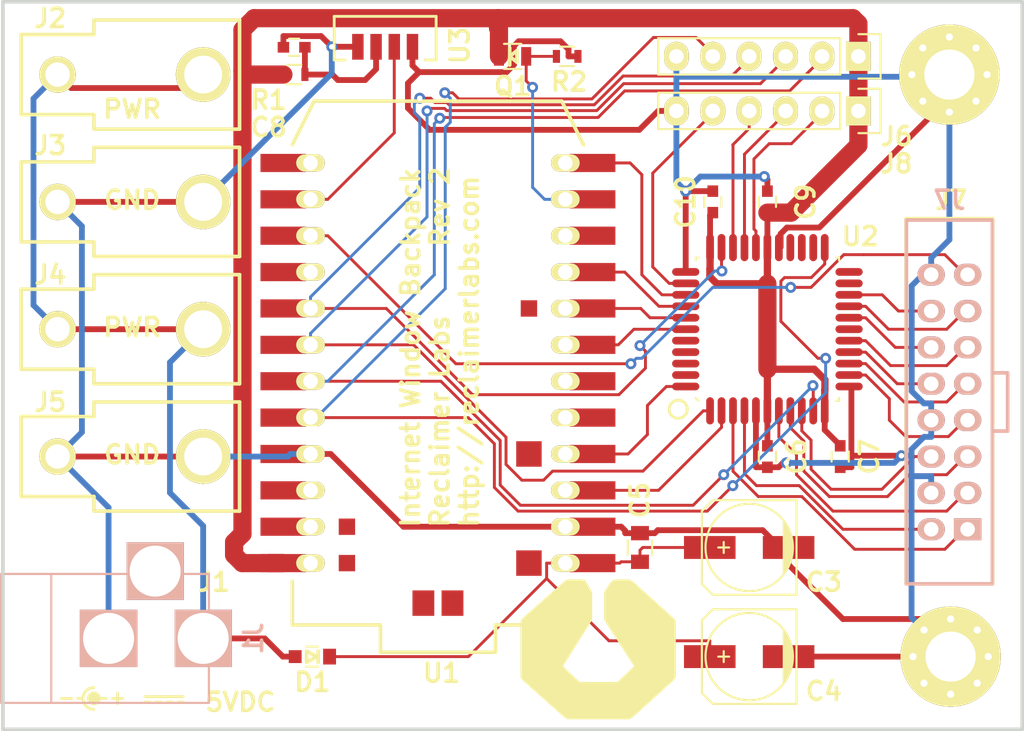
<source format=kicad_pcb>
(kicad_pcb (version 20171130) (host pcbnew "(5.1.12)-1")

  (general
    (thickness 1.6)
    (drawings 39)
    (tracks 482)
    (zones 0)
    (modules 26)
    (nets 60)
  )

  (page USLetter)
  (layers
    (0 F.Cu signal)
    (31 B.Cu signal)
    (32 B.Adhes user hide)
    (33 F.Adhes user hide)
    (34 B.Paste user hide)
    (35 F.Paste user hide)
    (36 B.SilkS user hide)
    (37 F.SilkS user hide)
    (38 B.Mask user hide)
    (39 F.Mask user hide)
    (40 Dwgs.User user hide)
    (41 Cmts.User user hide)
    (42 Eco1.User user hide)
    (43 Eco2.User user hide)
    (44 Edge.Cuts user)
    (45 Margin user hide)
    (46 B.CrtYd user hide)
    (47 F.CrtYd user hide)
    (48 B.Fab user hide)
    (49 F.Fab user hide)
  )

  (setup
    (last_trace_width 0.2032)
    (trace_clearance 0.2032)
    (zone_clearance 0.508)
    (zone_45_only no)
    (trace_min 0.2032)
    (via_size 0.762)
    (via_drill 0.381)
    (via_min_size 0.762)
    (via_min_drill 0.3302)
    (uvia_size 0.3)
    (uvia_drill 0.1)
    (uvias_allowed no)
    (uvia_min_size 0.2)
    (uvia_min_drill 0.1)
    (edge_width 0.254)
    (segment_width 0.2)
    (pcb_text_width 0.254)
    (pcb_text_size 1.27 1.27)
    (mod_edge_width 0.15)
    (mod_text_size 1.27 1.27)
    (mod_text_width 0.254)
    (pad_size 3.5 3.5)
    (pad_drill 3.5)
    (pad_to_mask_clearance 0.2032)
    (pad_to_paste_clearance -0.127)
    (aux_axis_origin 0 0)
    (visible_elements 7FFFFFFF)
    (pcbplotparams
      (layerselection 0x011fc_80000001)
      (usegerberextensions true)
      (usegerberattributes true)
      (usegerberadvancedattributes true)
      (creategerberjobfile true)
      (excludeedgelayer true)
      (linewidth 0.254000)
      (plotframeref false)
      (viasonmask false)
      (mode 1)
      (useauxorigin false)
      (hpglpennumber 1)
      (hpglpenspeed 20)
      (hpglpendiameter 15.000000)
      (psnegative false)
      (psa4output false)
      (plotreference true)
      (plotvalue false)
      (plotinvisibletext false)
      (padsonsilk false)
      (subtractmaskfromsilk true)
      (outputformat 1)
      (mirror false)
      (drillshape 0)
      (scaleselection 1)
      (outputdirectory "gerber/"))
  )

  (net 0 "")
  (net 1 /BUZZER_TOP)
  (net 2 /BUZZER_BOT)
  (net 3 +5V)
  (net 4 GND)
  (net 5 +3V3)
  (net 6 /PHOTON_A2)
  (net 7 /R1)
  (net 8 /OE)
  (net 9 /G1)
  (net 10 /LAT)
  (net 11 /B1)
  (net 12 /CLK)
  (net 13 /D)
  (net 14 /R2)
  (net 15 /C)
  (net 16 /G2)
  (net 17 /B)
  (net 18 /B2)
  (net 19 /A)
  (net 20 /TCK)
  (net 21 /TDI)
  (net 22 /TDO)
  (net 23 /TMS)
  (net 24 /PHOTO)
  (net 25 "Net-(U1-Pad22)")
  (net 26 /UART_TX)
  (net 27 /UART_RX)
  (net 28 /RST_CPLD)
  (net 29 "Net-(U1-Pad5)")
  (net 30 /SPI_MOSI)
  (net 31 /SPI_MISO)
  (net 32 /SPI_SCK)
  (net 33 /IRDA)
  (net 34 "Net-(U1-Pad25)")
  (net 35 "Net-(U1-Pad26)")
  (net 36 "Net-(U1-Pad27)")
  (net 37 "Net-(U1-Pad28)")
  (net 38 "Net-(U1-Pad29)")
  (net 39 "Net-(U1-Pad30)")
  (net 40 "Net-(U1-Pad31)")
  (net 41 +5VA)
  (net 42 "Net-(C8-Pad1)")
  (net 43 "Net-(J1-Pad3)")
  (net 44 /PHOTON_D3)
  (net 45 /PHOTON_RST)
  (net 46 "Net-(U2-Pad17)")
  (net 47 "Net-(U2-Pad21)")
  (net 48 "Net-(U2-Pad22)")
  (net 49 "Net-(U2-Pad24)")
  (net 50 "Net-(U2-Pad26)")
  (net 51 "Net-(U2-Pad40)")
  (net 52 "Net-(U2-Pad41)")
  (net 53 "Net-(U2-Pad42)")
  (net 54 "Net-(U2-Pad43)")
  (net 55 "Net-(U2-Pad25)")
  (net 56 /CPLD_B8)
  (net 57 /CPLD_B9)
  (net 58 /CPLD_B10)
  (net 59 /CPLD_B12)

  (net_class Default "This is the default net class."
    (clearance 0.2032)
    (trace_width 0.2032)
    (via_dia 0.762)
    (via_drill 0.381)
    (uvia_dia 0.3)
    (uvia_drill 0.1)
    (add_net +5VA)
    (add_net /A)
    (add_net /B)
    (add_net /B1)
    (add_net /B2)
    (add_net /BUZZER_BOT)
    (add_net /BUZZER_TOP)
    (add_net /C)
    (add_net /CLK)
    (add_net /CPLD_B10)
    (add_net /CPLD_B12)
    (add_net /CPLD_B8)
    (add_net /CPLD_B9)
    (add_net /D)
    (add_net /G1)
    (add_net /G2)
    (add_net /IRDA)
    (add_net /LAT)
    (add_net /OE)
    (add_net /PHOTO)
    (add_net /PHOTON_A2)
    (add_net /PHOTON_D3)
    (add_net /PHOTON_RST)
    (add_net /R1)
    (add_net /R2)
    (add_net /RST_CPLD)
    (add_net /SPI_MISO)
    (add_net /SPI_MOSI)
    (add_net /SPI_SCK)
    (add_net /TCK)
    (add_net /TDI)
    (add_net /TDO)
    (add_net /TMS)
    (add_net /UART_RX)
    (add_net /UART_TX)
    (add_net "Net-(J1-Pad3)")
    (add_net "Net-(U1-Pad22)")
    (add_net "Net-(U1-Pad25)")
    (add_net "Net-(U1-Pad26)")
    (add_net "Net-(U1-Pad27)")
    (add_net "Net-(U1-Pad28)")
    (add_net "Net-(U1-Pad29)")
    (add_net "Net-(U1-Pad30)")
    (add_net "Net-(U1-Pad31)")
    (add_net "Net-(U1-Pad5)")
    (add_net "Net-(U2-Pad17)")
    (add_net "Net-(U2-Pad21)")
    (add_net "Net-(U2-Pad22)")
    (add_net "Net-(U2-Pad24)")
    (add_net "Net-(U2-Pad25)")
    (add_net "Net-(U2-Pad26)")
    (add_net "Net-(U2-Pad40)")
    (add_net "Net-(U2-Pad41)")
    (add_net "Net-(U2-Pad42)")
    (add_net "Net-(U2-Pad43)")
  )

  (net_class Power ""
    (clearance 0.2032)
    (trace_width 0.4064)
    (via_dia 0.762)
    (via_drill 0.381)
    (uvia_dia 0.3)
    (uvia_drill 0.1)
    (add_net +3V3)
    (add_net +5V)
    (add_net GND)
    (add_net "Net-(C8-Pad1)")
  )

  (module Reclaimer_Labs:PHOTON (layer F.Cu) (tedit 575FC0C3) (tstamp 576048F4)
    (at 30.3515 -25.5787 90)
    (path /56499686)
    (fp_text reference U1 (at -21.641662 0.255544 180) (layer F.SilkS)
      (effects (font (size 1.27 1.27) (thickness 0.254)))
    )
    (fp_text value PHOTON (at 0 0 90) (layer F.Fab)
      (effects (font (size 1.2 1.2) (thickness 0.15)))
    )
    (fp_line (start -18.288 4.0132) (end -20.193 4.0132) (layer F.SilkS) (width 0.254))
    (fp_line (start -18.288 10.16) (end -18.288 4.0132) (layer F.SilkS) (width 0.254))
    (fp_line (start 18.288 8.636) (end 15.24 10.16) (layer F.SilkS) (width 0.254))
    (fp_line (start 18.288 -8.636) (end 18.288 8.636) (layer F.SilkS) (width 0.254))
    (fp_line (start 15.24 -10.16) (end 18.288 -8.636) (layer F.SilkS) (width 0.254))
    (fp_line (start -18.288 -4.0132) (end -18.288 -10.16) (layer F.SilkS) (width 0.254))
    (fp_line (start -20.193 -4.0132) (end -18.288 -4.0132) (layer F.SilkS) (width 0.254))
    (fp_line (start -20.193 4.0132) (end -20.193 -4.0132) (layer F.SilkS) (width 0.254))
    (fp_line (start -18.288 -10.16) (end -15.24 -10.16) (layer F.SilkS) (width 0.254))
    (fp_line (start -18.288 10.16) (end -15.24 10.16) (layer F.SilkS) (width 0.254))
    (pad 24 thru_hole oval (at -13.97 -8.89 90) (size 1.2 2) (drill 1.016) (layers *.Cu *.Mask F.SilkS)
      (net 5 +3V3))
    (pad 1 thru_hole oval (at -13.97 8.89 90) (size 1.2 2) (drill 1.016) (layers *.Cu *.Mask F.SilkS)
      (net 41 +5VA))
    (pad 23 thru_hole oval (at -11.43 -8.89 90) (size 1.2 2) (drill 1.016) (layers *.Cu *.Mask F.SilkS)
      (net 45 /PHOTON_RST))
    (pad 2 thru_hole oval (at -11.43 8.89 90) (size 1.2 2) (drill 1.016) (layers *.Cu *.Mask F.SilkS)
      (net 4 GND))
    (pad 22 thru_hole oval (at -8.89 -8.89 90) (size 1.2 2) (drill 1.016) (layers *.Cu *.Mask F.SilkS)
      (net 25 "Net-(U1-Pad22)"))
    (pad 3 thru_hole oval (at -8.89 8.89 90) (size 1.2 2) (drill 1.016) (layers *.Cu *.Mask F.SilkS)
      (net 26 /UART_TX))
    (pad 21 thru_hole oval (at -6.35 -8.89 90) (size 1.2 2) (drill 1.016) (layers *.Cu *.Mask F.SilkS)
      (net 4 GND))
    (pad 4 thru_hole oval (at -6.35 8.89 90) (size 1.2 2) (drill 1.016) (layers *.Cu *.Mask F.SilkS)
      (net 27 /UART_RX))
    (pad 20 thru_hole oval (at -3.81 -8.89 90) (size 1.2 2) (drill 1.016) (layers *.Cu *.Mask F.SilkS)
      (net 23 /TMS))
    (pad 5 thru_hole oval (at -3.81 8.89 90) (size 1.2 2) (drill 1.016) (layers *.Cu *.Mask F.SilkS)
      (net 29 "Net-(U1-Pad5)"))
    (pad 19 thru_hole oval (at -1.27 -8.89 90) (size 1.2 2) (drill 1.016) (layers *.Cu *.Mask F.SilkS)
      (net 20 /TCK))
    (pad 6 thru_hole oval (at -1.27 8.89 90) (size 1.2 2) (drill 1.016) (layers *.Cu *.Mask F.SilkS)
      (net 1 /BUZZER_TOP))
    (pad 18 thru_hole oval (at 1.27 -8.89 90) (size 1.2 2) (drill 1.016) (layers *.Cu *.Mask F.SilkS)
      (net 21 /TDI))
    (pad 7 thru_hole oval (at 1.27 8.89 90) (size 1.2 2) (drill 1.016) (layers *.Cu *.Mask F.SilkS)
      (net 30 /SPI_MOSI))
    (pad 17 thru_hole oval (at 3.81 -8.89 90) (size 1.2 2) (drill 1.016) (layers *.Cu *.Mask F.SilkS)
      (net 22 /TDO))
    (pad 8 thru_hole oval (at 3.81 8.89 90) (size 1.2 2) (drill 1.016) (layers *.Cu *.Mask F.SilkS)
      (net 31 /SPI_MISO))
    (pad 16 thru_hole oval (at 6.35 -8.89 90) (size 1.2 2) (drill 1.016) (layers *.Cu *.Mask F.SilkS)
      (net 44 /PHOTON_D3))
    (pad 9 thru_hole oval (at 6.35 8.89 90) (size 1.2 2) (drill 1.016) (layers *.Cu *.Mask F.SilkS)
      (net 32 /SPI_SCK))
    (pad 15 thru_hole oval (at 8.89 -8.89 90) (size 1.2 2) (drill 1.016) (layers *.Cu *.Mask F.SilkS)
      (net 8 /OE))
    (pad 10 thru_hole oval (at 8.89 8.89 90) (size 1.2 2) (drill 1.016) (layers *.Cu *.Mask F.SilkS)
      (net 6 /PHOTON_A2))
    (pad 14 thru_hole oval (at 11.43 -8.89 90) (size 1.2 2) (drill 1.016) (layers *.Cu *.Mask F.SilkS)
      (net 33 /IRDA))
    (pad 11 thru_hole oval (at 11.43 8.89 90) (size 1.2 2) (drill 1.016) (layers *.Cu *.Mask F.SilkS)
      (net 24 /PHOTO))
    (pad 13 thru_hole oval (at 13.97 -8.89 90) (size 1.2 2) (drill 1.016) (layers *.Cu *.Mask F.SilkS)
      (net 2 /BUZZER_BOT))
    (pad 12 thru_hole oval (at 13.97 8.89 90) (size 1.2 2) (drill 1.016) (layers *.Cu *.Mask F.SilkS)
      (net 28 /RST_CPLD))
    (pad 1 smd rect (at -13.97 10.795 90) (size 1.27 3.175) (layers F.Cu F.Paste F.Mask)
      (net 41 +5VA))
    (pad 2 smd rect (at -11.43 10.795 90) (size 1.27 3.175) (layers F.Cu F.Paste F.Mask)
      (net 4 GND))
    (pad 3 smd rect (at -8.89 10.795 90) (size 1.27 3.175) (layers F.Cu F.Paste F.Mask)
      (net 26 /UART_TX))
    (pad 4 smd rect (at -6.35 10.795 90) (size 1.27 3.175) (layers F.Cu F.Paste F.Mask)
      (net 27 /UART_RX))
    (pad 5 smd rect (at -3.81 10.795 90) (size 1.27 3.175) (layers F.Cu F.Paste F.Mask)
      (net 29 "Net-(U1-Pad5)"))
    (pad 6 smd rect (at -1.27 10.795 90) (size 1.27 3.175) (layers F.Cu F.Paste F.Mask)
      (net 1 /BUZZER_TOP))
    (pad 7 smd rect (at 1.27 10.795 90) (size 1.27 3.175) (layers F.Cu F.Paste F.Mask)
      (net 30 /SPI_MOSI))
    (pad 8 smd rect (at 3.81 10.795 90) (size 1.27 3.175) (layers F.Cu F.Paste F.Mask)
      (net 31 /SPI_MISO))
    (pad 9 smd rect (at 6.35 10.795 90) (size 1.27 3.175) (layers F.Cu F.Paste F.Mask)
      (net 32 /SPI_SCK))
    (pad 10 smd rect (at 8.89 10.795 90) (size 1.27 3.175) (layers F.Cu F.Paste F.Mask)
      (net 6 /PHOTON_A2))
    (pad 11 smd rect (at 11.43 10.795 90) (size 1.27 3.175) (layers F.Cu F.Paste F.Mask)
      (net 24 /PHOTO))
    (pad 12 smd rect (at 13.97 10.795 90) (size 1.27 3.175) (layers F.Cu F.Paste F.Mask)
      (net 28 /RST_CPLD))
    (pad 13 smd rect (at 13.97 -10.795 90) (size 1.27 3.175) (layers F.Cu F.Paste F.Mask)
      (net 2 /BUZZER_BOT))
    (pad 14 smd rect (at 11.43 -10.795 90) (size 1.27 3.175) (layers F.Cu F.Paste F.Mask)
      (net 33 /IRDA))
    (pad 15 smd rect (at 8.89 -10.795 90) (size 1.27 3.175) (layers F.Cu F.Paste F.Mask)
      (net 8 /OE))
    (pad 16 smd rect (at 6.35 -10.795 90) (size 1.27 3.175) (layers F.Cu F.Paste F.Mask)
      (net 44 /PHOTON_D3))
    (pad 17 smd rect (at 3.81 -10.795 90) (size 1.27 3.175) (layers F.Cu F.Paste F.Mask)
      (net 22 /TDO))
    (pad 18 smd rect (at 1.27 -10.795 90) (size 1.27 3.175) (layers F.Cu F.Paste F.Mask)
      (net 21 /TDI))
    (pad 19 smd rect (at -1.27 -10.795 90) (size 1.27 3.175) (layers F.Cu F.Paste F.Mask)
      (net 20 /TCK))
    (pad 20 smd rect (at -3.81 -10.795 90) (size 1.27 3.175) (layers F.Cu F.Paste F.Mask)
      (net 23 /TMS))
    (pad 21 smd rect (at -6.35 -10.795 90) (size 1.27 3.175) (layers F.Cu F.Paste F.Mask)
      (net 4 GND))
    (pad 22 smd rect (at -8.89 -10.795 90) (size 1.27 3.175) (layers F.Cu F.Paste F.Mask)
      (net 25 "Net-(U1-Pad22)"))
    (pad 23 smd rect (at -11.43 -10.795 90) (size 1.27 3.175) (layers F.Cu F.Paste F.Mask)
      (net 45 /PHOTON_RST))
    (pad 24 smd rect (at -13.97 -10.795 90) (size 1.27 3.175) (layers F.Cu F.Paste F.Mask)
      (net 5 +3V3))
    (pad 25 smd rect (at -13.97 6.35 90) (size 1.778 1.778) (layers F.Cu F.Paste F.Mask)
      (net 34 "Net-(U1-Pad25)"))
    (pad 26 smd rect (at -6.35 6.35 90) (size 1.778 1.778) (layers F.Cu F.Paste F.Mask)
      (net 35 "Net-(U1-Pad26)"))
    (pad 27 smd rect (at 3.81 6.35 90) (size 1.143 1.143) (layers F.Cu F.Paste F.Mask)
      (net 36 "Net-(U1-Pad27)"))
    (pad 28 smd rect (at -11.43 -6.35 90) (size 1.143 1.143) (layers F.Cu F.Paste F.Mask)
      (net 37 "Net-(U1-Pad28)"))
    (pad 29 smd rect (at -13.97 -6.35 90) (size 1.143 1.143) (layers F.Cu F.Paste F.Mask)
      (net 38 "Net-(U1-Pad29)"))
    (pad 30 smd rect (at -16.764 -1.016 90) (size 1.778 1.524) (layers F.Cu F.Paste F.Mask)
      (net 39 "Net-(U1-Pad30)"))
    (pad 31 smd rect (at -16.764 1.016 90) (size 1.778 1.524) (layers F.Cu F.Paste F.Mask)
      (net 40 "Net-(U1-Pad31)"))
  )

  (module Capacitors_SMD:c_elec_6.3x5.7 (layer F.Cu) (tedit 55726012) (tstamp 57604797)
    (at 52.07 -12.7 180)
    (descr "SMT capacitor, aluminium electrolytic, 6.3x5.7")
    (path /575FFF75)
    (attr smd)
    (fp_text reference C3 (at -5.207 -2.413 180) (layer F.SilkS)
      (effects (font (size 1.27 1.27) (thickness 0.254)))
    )
    (fp_text value 100uF (at 0 3.81 180) (layer F.Fab)
      (effects (font (size 1 1) (thickness 0.15)))
    )
    (fp_circle (center 0 0) (end -3.048 0) (layer F.SilkS) (width 0.15))
    (fp_line (start 1.778 -0.381) (end 1.778 0.381) (layer F.SilkS) (width 0.15))
    (fp_line (start 2.159 0) (end 1.397 0) (layer F.SilkS) (width 0.15))
    (fp_line (start 2.54 -3.302) (end -3.302 -3.302) (layer F.SilkS) (width 0.15))
    (fp_line (start 3.302 -2.54) (end 2.54 -3.302) (layer F.SilkS) (width 0.15))
    (fp_line (start 3.302 2.54) (end 3.302 -2.54) (layer F.SilkS) (width 0.15))
    (fp_line (start 2.54 3.302) (end 3.302 2.54) (layer F.SilkS) (width 0.15))
    (fp_line (start -3.302 3.302) (end 2.54 3.302) (layer F.SilkS) (width 0.15))
    (fp_line (start -3.302 -3.302) (end -3.302 3.302) (layer F.SilkS) (width 0.15))
    (fp_line (start -2.413 -1.778) (end -2.413 1.778) (layer F.SilkS) (width 0.15))
    (fp_line (start -2.54 1.651) (end -2.54 -1.651) (layer F.SilkS) (width 0.15))
    (fp_line (start -2.667 -1.397) (end -2.667 1.397) (layer F.SilkS) (width 0.15))
    (fp_line (start -2.794 1.143) (end -2.794 -1.143) (layer F.SilkS) (width 0.15))
    (fp_line (start -2.921 -0.762) (end -2.921 0.762) (layer F.SilkS) (width 0.15))
    (fp_line (start -4.85 3.65) (end -4.85 -3.65) (layer F.CrtYd) (width 0.05))
    (fp_line (start 4.85 3.65) (end -4.85 3.65) (layer F.CrtYd) (width 0.05))
    (fp_line (start 4.85 -3.65) (end 4.85 3.65) (layer F.CrtYd) (width 0.05))
    (fp_line (start -4.85 -3.65) (end 4.85 -3.65) (layer F.CrtYd) (width 0.05))
    (pad 1 smd rect (at 2.75082 0 180) (size 3.59918 1.6002) (layers F.Cu F.Paste F.Mask)
      (net 41 +5VA))
    (pad 2 smd rect (at -2.75082 0 180) (size 3.59918 1.6002) (layers F.Cu F.Paste F.Mask)
      (net 4 GND))
    (model Capacitors_SMD.3dshapes/c_elec_6.3x5.7.wrl
      (at (xyz 0 0 0))
      (scale (xyz 1 1 1))
      (rotate (xyz 0 0 0))
    )
  )

  (module Capacitors_SMD:c_elec_6.3x5.7 (layer F.Cu) (tedit 55726012) (tstamp 5760479D)
    (at 52.07 -5.08 180)
    (descr "SMT capacitor, aluminium electrolytic, 6.3x5.7")
    (path /57600020)
    (attr smd)
    (fp_text reference C4 (at -5.207 -2.413 180) (layer F.SilkS)
      (effects (font (size 1.27 1.27) (thickness 0.254)))
    )
    (fp_text value 100uF (at 0 3.81 180) (layer F.Fab)
      (effects (font (size 1 1) (thickness 0.15)))
    )
    (fp_circle (center 0 0) (end -3.048 0) (layer F.SilkS) (width 0.15))
    (fp_line (start 1.778 -0.381) (end 1.778 0.381) (layer F.SilkS) (width 0.15))
    (fp_line (start 2.159 0) (end 1.397 0) (layer F.SilkS) (width 0.15))
    (fp_line (start 2.54 -3.302) (end -3.302 -3.302) (layer F.SilkS) (width 0.15))
    (fp_line (start 3.302 -2.54) (end 2.54 -3.302) (layer F.SilkS) (width 0.15))
    (fp_line (start 3.302 2.54) (end 3.302 -2.54) (layer F.SilkS) (width 0.15))
    (fp_line (start 2.54 3.302) (end 3.302 2.54) (layer F.SilkS) (width 0.15))
    (fp_line (start -3.302 3.302) (end 2.54 3.302) (layer F.SilkS) (width 0.15))
    (fp_line (start -3.302 -3.302) (end -3.302 3.302) (layer F.SilkS) (width 0.15))
    (fp_line (start -2.413 -1.778) (end -2.413 1.778) (layer F.SilkS) (width 0.15))
    (fp_line (start -2.54 1.651) (end -2.54 -1.651) (layer F.SilkS) (width 0.15))
    (fp_line (start -2.667 -1.397) (end -2.667 1.397) (layer F.SilkS) (width 0.15))
    (fp_line (start -2.794 1.143) (end -2.794 -1.143) (layer F.SilkS) (width 0.15))
    (fp_line (start -2.921 -0.762) (end -2.921 0.762) (layer F.SilkS) (width 0.15))
    (fp_line (start -4.85 3.65) (end -4.85 -3.65) (layer F.CrtYd) (width 0.05))
    (fp_line (start 4.85 3.65) (end -4.85 3.65) (layer F.CrtYd) (width 0.05))
    (fp_line (start 4.85 -3.65) (end 4.85 3.65) (layer F.CrtYd) (width 0.05))
    (fp_line (start -4.85 -3.65) (end 4.85 -3.65) (layer F.CrtYd) (width 0.05))
    (pad 1 smd rect (at 2.75082 0 180) (size 3.59918 1.6002) (layers F.Cu F.Paste F.Mask)
      (net 41 +5VA))
    (pad 2 smd rect (at -2.75082 0 180) (size 3.59918 1.6002) (layers F.Cu F.Paste F.Mask)
      (net 4 GND))
    (model Capacitors_SMD.3dshapes/c_elec_6.3x5.7.wrl
      (at (xyz 0 0 0))
      (scale (xyz 1 1 1))
      (rotate (xyz 0 0 0))
    )
  )

  (module Capacitors_SMD:C_0805 (layer F.Cu) (tedit 5415D6EA) (tstamp 576047A3)
    (at 44.45 -12.7 90)
    (descr "Capacitor SMD 0805, reflow soldering, AVX (see smccp.pdf)")
    (tags "capacitor 0805")
    (path /576000B6)
    (attr smd)
    (fp_text reference C5 (at 3.302 0 90) (layer F.SilkS)
      (effects (font (size 1.27 1.27) (thickness 0.254)))
    )
    (fp_text value 10uF (at 0 2.1 90) (layer F.Fab)
      (effects (font (size 1 1) (thickness 0.15)))
    )
    (fp_line (start -0.5 0.85) (end 0.5 0.85) (layer F.SilkS) (width 0.15))
    (fp_line (start 0.5 -0.85) (end -0.5 -0.85) (layer F.SilkS) (width 0.15))
    (fp_line (start 1.8 -1) (end 1.8 1) (layer F.CrtYd) (width 0.05))
    (fp_line (start -1.8 -1) (end -1.8 1) (layer F.CrtYd) (width 0.05))
    (fp_line (start -1.8 1) (end 1.8 1) (layer F.CrtYd) (width 0.05))
    (fp_line (start -1.8 -1) (end 1.8 -1) (layer F.CrtYd) (width 0.05))
    (pad 1 smd rect (at -1 0 90) (size 1 1.25) (layers F.Cu F.Paste F.Mask)
      (net 41 +5VA))
    (pad 2 smd rect (at 1 0 90) (size 1 1.25) (layers F.Cu F.Paste F.Mask)
      (net 4 GND))
    (model Capacitors_SMD.3dshapes/C_0805.wrl
      (at (xyz 0 0 0))
      (scale (xyz 1 1 1))
      (rotate (xyz 0 0 0))
    )
  )

  (module Capacitors_SMD:C_0603 (layer F.Cu) (tedit 5415D631) (tstamp 576047A9)
    (at 53.34 -19.05 270)
    (descr "Capacitor SMD 0603, reflow soldering, AVX (see smccp.pdf)")
    (tags "capacitor 0603")
    (path /56536F90)
    (attr smd)
    (fp_text reference C6 (at 0 -2.032 270) (layer F.SilkS)
      (effects (font (size 1.27 1.27) (thickness 0.254)))
    )
    (fp_text value 0.1uF (at 0 1.9 270) (layer F.Fab)
      (effects (font (size 1 1) (thickness 0.15)))
    )
    (fp_line (start 0.35 0.6) (end -0.35 0.6) (layer F.SilkS) (width 0.15))
    (fp_line (start -0.35 -0.6) (end 0.35 -0.6) (layer F.SilkS) (width 0.15))
    (fp_line (start 1.45 -0.75) (end 1.45 0.75) (layer F.CrtYd) (width 0.05))
    (fp_line (start -1.45 -0.75) (end -1.45 0.75) (layer F.CrtYd) (width 0.05))
    (fp_line (start -1.45 0.75) (end 1.45 0.75) (layer F.CrtYd) (width 0.05))
    (fp_line (start -1.45 -0.75) (end 1.45 -0.75) (layer F.CrtYd) (width 0.05))
    (pad 1 smd rect (at -0.75 0 270) (size 0.8 0.75) (layers F.Cu F.Paste F.Mask)
      (net 5 +3V3))
    (pad 2 smd rect (at 0.75 0 270) (size 0.8 0.75) (layers F.Cu F.Paste F.Mask)
      (net 4 GND))
    (model Capacitors_SMD.3dshapes/C_0603.wrl
      (at (xyz 0 0 0))
      (scale (xyz 1 1 1))
      (rotate (xyz 0 0 0))
    )
  )

  (module Capacitors_SMD:C_0603 (layer F.Cu) (tedit 5415D631) (tstamp 576047AF)
    (at 58.42 -19.05 270)
    (descr "Capacitor SMD 0603, reflow soldering, AVX (see smccp.pdf)")
    (tags "capacitor 0603")
    (path /5653710F)
    (attr smd)
    (fp_text reference C7 (at 0 -2.032 270) (layer F.SilkS)
      (effects (font (size 1.27 1.27) (thickness 0.254)))
    )
    (fp_text value 0.1uF (at 0 1.9 270) (layer F.Fab)
      (effects (font (size 1 1) (thickness 0.15)))
    )
    (fp_line (start 0.35 0.6) (end -0.35 0.6) (layer F.SilkS) (width 0.15))
    (fp_line (start -0.35 -0.6) (end 0.35 -0.6) (layer F.SilkS) (width 0.15))
    (fp_line (start 1.45 -0.75) (end 1.45 0.75) (layer F.CrtYd) (width 0.05))
    (fp_line (start -1.45 -0.75) (end -1.45 0.75) (layer F.CrtYd) (width 0.05))
    (fp_line (start -1.45 0.75) (end 1.45 0.75) (layer F.CrtYd) (width 0.05))
    (fp_line (start -1.45 -0.75) (end 1.45 -0.75) (layer F.CrtYd) (width 0.05))
    (pad 1 smd rect (at -0.75 0 270) (size 0.8 0.75) (layers F.Cu F.Paste F.Mask)
      (net 5 +3V3))
    (pad 2 smd rect (at 0.75 0 270) (size 0.8 0.75) (layers F.Cu F.Paste F.Mask)
      (net 4 GND))
    (model Capacitors_SMD.3dshapes/C_0603.wrl
      (at (xyz 0 0 0))
      (scale (xyz 1 1 1))
      (rotate (xyz 0 0 0))
    )
  )

  (module Capacitors_SMD:C_0603 (layer F.Cu) (tedit 5415D631) (tstamp 576047B5)
    (at 20.32 -47.625 180)
    (descr "Capacitor SMD 0603, reflow soldering, AVX (see smccp.pdf)")
    (tags "capacitor 0603")
    (path /5649D30E)
    (attr smd)
    (fp_text reference C8 (at 1.778 -5.588 180) (layer F.SilkS)
      (effects (font (size 1.27 1.27) (thickness 0.254)))
    )
    (fp_text value 0.1uF (at 0 1.9 180) (layer F.Fab)
      (effects (font (size 1 1) (thickness 0.15)))
    )
    (fp_line (start 0.35 0.6) (end -0.35 0.6) (layer F.SilkS) (width 0.15))
    (fp_line (start -0.35 -0.6) (end 0.35 -0.6) (layer F.SilkS) (width 0.15))
    (fp_line (start 1.45 -0.75) (end 1.45 0.75) (layer F.CrtYd) (width 0.05))
    (fp_line (start -1.45 -0.75) (end -1.45 0.75) (layer F.CrtYd) (width 0.05))
    (fp_line (start -1.45 0.75) (end 1.45 0.75) (layer F.CrtYd) (width 0.05))
    (fp_line (start -1.45 -0.75) (end 1.45 -0.75) (layer F.CrtYd) (width 0.05))
    (pad 1 smd rect (at -0.75 0 180) (size 0.8 0.75) (layers F.Cu F.Paste F.Mask)
      (net 42 "Net-(C8-Pad1)"))
    (pad 2 smd rect (at 0.75 0 180) (size 0.8 0.75) (layers F.Cu F.Paste F.Mask)
      (net 4 GND))
    (model Capacitors_SMD.3dshapes/C_0603.wrl
      (at (xyz 0 0 0))
      (scale (xyz 1 1 1))
      (rotate (xyz 0 0 0))
    )
  )

  (module Capacitors_SMD:C_0603 (layer F.Cu) (tedit 5415D631) (tstamp 576047BB)
    (at 53.34 -36.83 90)
    (descr "Capacitor SMD 0603, reflow soldering, AVX (see smccp.pdf)")
    (tags "capacitor 0603")
    (path /5649A53B)
    (attr smd)
    (fp_text reference C9 (at 0 2.667 90) (layer F.SilkS)
      (effects (font (size 1.27 1.27) (thickness 0.254)))
    )
    (fp_text value 0.1uF (at 0 1.9 90) (layer F.Fab)
      (effects (font (size 1 1) (thickness 0.15)))
    )
    (fp_line (start 0.35 0.6) (end -0.35 0.6) (layer F.SilkS) (width 0.15))
    (fp_line (start -0.35 -0.6) (end 0.35 -0.6) (layer F.SilkS) (width 0.15))
    (fp_line (start 1.45 -0.75) (end 1.45 0.75) (layer F.CrtYd) (width 0.05))
    (fp_line (start -1.45 -0.75) (end -1.45 0.75) (layer F.CrtYd) (width 0.05))
    (fp_line (start -1.45 0.75) (end 1.45 0.75) (layer F.CrtYd) (width 0.05))
    (fp_line (start -1.45 -0.75) (end 1.45 -0.75) (layer F.CrtYd) (width 0.05))
    (pad 1 smd rect (at -0.75 0 90) (size 0.8 0.75) (layers F.Cu F.Paste F.Mask)
      (net 5 +3V3))
    (pad 2 smd rect (at 0.75 0 90) (size 0.8 0.75) (layers F.Cu F.Paste F.Mask)
      (net 4 GND))
    (model Capacitors_SMD.3dshapes/C_0603.wrl
      (at (xyz 0 0 0))
      (scale (xyz 1 1 1))
      (rotate (xyz 0 0 0))
    )
  )

  (module Capacitors_SMD:C_0603 (layer F.Cu) (tedit 5415D631) (tstamp 576047C1)
    (at 49.53 -36.83 90)
    (descr "Capacitor SMD 0603, reflow soldering, AVX (see smccp.pdf)")
    (tags "capacitor 0603")
    (path /5653775C)
    (attr smd)
    (fp_text reference C10 (at 0 -1.9 90) (layer F.SilkS)
      (effects (font (size 1.27 1.27) (thickness 0.254)))
    )
    (fp_text value 0.1uF (at 0 1.9 90) (layer F.Fab)
      (effects (font (size 1 1) (thickness 0.15)))
    )
    (fp_line (start 0.35 0.6) (end -0.35 0.6) (layer F.SilkS) (width 0.15))
    (fp_line (start -0.35 -0.6) (end 0.35 -0.6) (layer F.SilkS) (width 0.15))
    (fp_line (start 1.45 -0.75) (end 1.45 0.75) (layer F.CrtYd) (width 0.05))
    (fp_line (start -1.45 -0.75) (end -1.45 0.75) (layer F.CrtYd) (width 0.05))
    (fp_line (start -1.45 0.75) (end 1.45 0.75) (layer F.CrtYd) (width 0.05))
    (fp_line (start -1.45 -0.75) (end 1.45 -0.75) (layer F.CrtYd) (width 0.05))
    (pad 1 smd rect (at -0.75 0 90) (size 0.8 0.75) (layers F.Cu F.Paste F.Mask)
      (net 5 +3V3))
    (pad 2 smd rect (at 0.75 0 90) (size 0.8 0.75) (layers F.Cu F.Paste F.Mask)
      (net 4 GND))
    (model Capacitors_SMD.3dshapes/C_0603.wrl
      (at (xyz 0 0 0))
      (scale (xyz 1 1 1))
      (rotate (xyz 0 0 0))
    )
  )

  (module Reclaimer_Labs:SMini2-F5-B (layer F.Cu) (tedit 575FBFAE) (tstamp 576047CF)
    (at 21.59 -5.08 180)
    (descr "http://www.diodes.com/datasheets/ap02001.pdf p.144")
    (tags "Diode SOD523")
    (path /575FFED0)
    (attr smd)
    (fp_text reference D1 (at 0 -1.778 180) (layer F.SilkS)
      (effects (font (size 1.27 1.27) (thickness 0.254)))
    )
    (fp_text value D_Schottky (at 0 1.7 180) (layer F.Fab)
      (effects (font (size 1 1) (thickness 0.15)))
    )
    (fp_line (start -0.4 -0.7) (end 0.45 -0.7) (layer F.SilkS) (width 0.15))
    (fp_line (start -0.4 0.7) (end 0.45 0.7) (layer F.SilkS) (width 0.15))
    (fp_line (start -1.7 0.7) (end -1.7 -0.7) (layer F.CrtYd) (width 0.254))
    (fp_line (start -1.7 -0.7) (end 1.8 -0.7) (layer F.CrtYd) (width 0.254))
    (fp_line (start 1.8 -0.7) (end 1.8 0.7) (layer F.CrtYd) (width 0.254))
    (fp_line (start 1.8 0.7) (end -1.7 0.7) (layer F.CrtYd) (width 0.254))
    (fp_line (start 0.4 -0.4) (end 0.4 0.4) (layer F.SilkS) (width 0.254))
    (fp_line (start 0.4 0.4) (end -0.3 0) (layer F.SilkS) (width 0.254))
    (fp_line (start -0.3 0) (end 0.4 -0.4) (layer F.SilkS) (width 0.254))
    (fp_line (start -0.4 0.4) (end -0.4 -0.4) (layer F.SilkS) (width 0.254))
    (pad 1 smd rect (at -1.2 0 180) (size 0.9 1.1) (layers F.Cu F.Paste F.Mask)
      (net 41 +5VA))
    (pad 2 smd rect (at 1.2 0 180) (size 0.9 0.9) (layers F.Cu F.Paste F.Mask)
      (net 3 +5V))
  )

  (module Reclaimer_Labs:BARREL_JACK_MPD_EJ508A (layer B.Cu) (tedit 565BB5BC) (tstamp 576047DB)
    (at 7.37 -6.35)
    (descr "DC Barrel Jack")
    (tags "Power Jack")
    (path /5649E63E)
    (attr smd)
    (fp_text reference J1 (at 10.09904 0 270) (layer B.SilkS)
      (effects (font (size 1.27 1.27) (thickness 0.254)) (justify mirror))
    )
    (fp_text value BARREL_JACK (at 0 5.99948) (layer B.Fab)
      (effects (font (size 1 1) (thickness 0.15)) (justify mirror))
    )
    (fp_line (start 7.00024 4.50088) (end -7.50062 4.50088) (layer B.SilkS) (width 0.15))
    (fp_line (start 7.00024 -4.50088) (end 7.00024 4.50088) (layer B.SilkS) (width 0.15))
    (fp_line (start -7.50062 -4.50088) (end 7.00024 -4.50088) (layer B.SilkS) (width 0.15))
    (fp_line (start -7.50062 4.50088) (end -7.50062 -4.50088) (layer B.SilkS) (width 0.15))
    (fp_line (start -4.0005 4.50088) (end -4.0005 -4.50088) (layer B.SilkS) (width 0.15))
    (pad 1 thru_hole rect (at 6.6 0) (size 4 4) (drill 3.56) (layers *.Cu *.Mask B.SilkS)
      (net 3 +5V))
    (pad 2 thru_hole rect (at 0 0) (size 4 4) (drill 3.56) (layers *.Cu *.Mask B.SilkS)
      (net 4 GND))
    (pad 3 thru_hole rect (at 3.25 -4.699) (size 4 4) (drill 3.56) (layers *.Cu *.Mask B.SilkS)
      (net 43 "Net-(J1-Pad3)"))
  )

  (module Reclaimer_Labs:3547 (layer F.Cu) (tedit 575FBD5C) (tstamp 576047F9)
    (at 8.89 -45.72)
    (path /57605A9C)
    (attr smd)
    (fp_text reference J2 (at -5.588 -3.937) (layer F.SilkS)
      (effects (font (size 1.27 1.27) (thickness 0.254)))
    )
    (fp_text value CONN_01X01 (at 0 -5.6) (layer F.Fab)
      (effects (font (size 1.016 1.016) (thickness 0.254)))
    )
    (fp_line (start -7.62 2.794) (end -7.62 -2.794) (layer F.CrtYd) (width 0.254))
    (fp_line (start -7.62 -2.794) (end -2.54 -2.794) (layer F.CrtYd) (width 0.254))
    (fp_line (start -2.54 -2.794) (end -2.54 -3.81) (layer F.CrtYd) (width 0.254))
    (fp_line (start -2.54 -3.81) (end 7.62 -3.81) (layer F.CrtYd) (width 0.254))
    (fp_line (start 7.62 -3.81) (end 7.62 3.81) (layer F.CrtYd) (width 0.254))
    (fp_line (start 7.62 3.81) (end -2.54 3.81) (layer F.CrtYd) (width 0.254))
    (fp_line (start -2.54 3.81) (end -2.54 2.794) (layer F.CrtYd) (width 0.254))
    (fp_line (start -2.54 2.794) (end -7.62 2.794) (layer F.CrtYd) (width 0.254))
    (fp_line (start -7.62 2.794) (end -7.62 -2.794) (layer B.CrtYd) (width 0.254))
    (fp_line (start -7.62 -2.794) (end -2.54 -2.794) (layer B.CrtYd) (width 0.254))
    (fp_line (start -2.54 -2.794) (end -2.54 -3.81) (layer B.CrtYd) (width 0.254))
    (fp_line (start -2.54 -3.81) (end 7.62 -3.81) (layer B.CrtYd) (width 0.254))
    (fp_line (start 7.62 -3.81) (end 7.62 3.81) (layer B.CrtYd) (width 0.254))
    (fp_line (start 7.62 3.81) (end -2.54 3.81) (layer B.CrtYd) (width 0.254))
    (fp_line (start -2.54 3.81) (end -2.54 2.794) (layer B.CrtYd) (width 0.254))
    (fp_line (start -2.54 2.794) (end -7.62 2.794) (layer B.CrtYd) (width 0.254))
    (fp_line (start -7.62 2.794) (end -7.62 -2.794) (layer F.SilkS) (width 0.254))
    (fp_line (start -7.62 -2.794) (end -2.54 -2.794) (layer F.SilkS) (width 0.254))
    (fp_line (start -2.54 -2.794) (end -2.54 -3.81) (layer F.SilkS) (width 0.254))
    (fp_line (start -2.54 -3.81) (end 7.62 -3.81) (layer F.SilkS) (width 0.254))
    (fp_line (start 7.62 -3.81) (end 7.62 3.81) (layer F.SilkS) (width 0.254))
    (fp_line (start 7.62 3.81) (end -2.54 3.81) (layer F.SilkS) (width 0.254))
    (fp_line (start -2.54 3.81) (end -2.54 2.794) (layer F.SilkS) (width 0.254))
    (fp_line (start -2.54 2.794) (end -7.62 2.794) (layer F.SilkS) (width 0.254))
    (pad 1 thru_hole circle (at -5.08 0) (size 2.54 2.54) (drill 1.7018) (layers *.Cu *.Mask F.SilkS)
      (net 3 +5V))
    (pad 1 thru_hole circle (at 5.08 0) (size 3.81 3.81) (drill 2.6416) (layers *.Cu *.Mask F.SilkS)
      (net 3 +5V))
  )

  (module Reclaimer_Labs:3547 (layer F.Cu) (tedit 575FBD5C) (tstamp 57604817)
    (at 8.89 -36.83)
    (path /57609620)
    (attr smd)
    (fp_text reference J3 (at -5.588 -3.937) (layer F.SilkS)
      (effects (font (size 1.27 1.27) (thickness 0.254)))
    )
    (fp_text value CONN_01X01 (at 0 -5.6) (layer F.Fab)
      (effects (font (size 1.016 1.016) (thickness 0.254)))
    )
    (fp_line (start -7.62 2.794) (end -7.62 -2.794) (layer F.CrtYd) (width 0.254))
    (fp_line (start -7.62 -2.794) (end -2.54 -2.794) (layer F.CrtYd) (width 0.254))
    (fp_line (start -2.54 -2.794) (end -2.54 -3.81) (layer F.CrtYd) (width 0.254))
    (fp_line (start -2.54 -3.81) (end 7.62 -3.81) (layer F.CrtYd) (width 0.254))
    (fp_line (start 7.62 -3.81) (end 7.62 3.81) (layer F.CrtYd) (width 0.254))
    (fp_line (start 7.62 3.81) (end -2.54 3.81) (layer F.CrtYd) (width 0.254))
    (fp_line (start -2.54 3.81) (end -2.54 2.794) (layer F.CrtYd) (width 0.254))
    (fp_line (start -2.54 2.794) (end -7.62 2.794) (layer F.CrtYd) (width 0.254))
    (fp_line (start -7.62 2.794) (end -7.62 -2.794) (layer B.CrtYd) (width 0.254))
    (fp_line (start -7.62 -2.794) (end -2.54 -2.794) (layer B.CrtYd) (width 0.254))
    (fp_line (start -2.54 -2.794) (end -2.54 -3.81) (layer B.CrtYd) (width 0.254))
    (fp_line (start -2.54 -3.81) (end 7.62 -3.81) (layer B.CrtYd) (width 0.254))
    (fp_line (start 7.62 -3.81) (end 7.62 3.81) (layer B.CrtYd) (width 0.254))
    (fp_line (start 7.62 3.81) (end -2.54 3.81) (layer B.CrtYd) (width 0.254))
    (fp_line (start -2.54 3.81) (end -2.54 2.794) (layer B.CrtYd) (width 0.254))
    (fp_line (start -2.54 2.794) (end -7.62 2.794) (layer B.CrtYd) (width 0.254))
    (fp_line (start -7.62 2.794) (end -7.62 -2.794) (layer F.SilkS) (width 0.254))
    (fp_line (start -7.62 -2.794) (end -2.54 -2.794) (layer F.SilkS) (width 0.254))
    (fp_line (start -2.54 -2.794) (end -2.54 -3.81) (layer F.SilkS) (width 0.254))
    (fp_line (start -2.54 -3.81) (end 7.62 -3.81) (layer F.SilkS) (width 0.254))
    (fp_line (start 7.62 -3.81) (end 7.62 3.81) (layer F.SilkS) (width 0.254))
    (fp_line (start 7.62 3.81) (end -2.54 3.81) (layer F.SilkS) (width 0.254))
    (fp_line (start -2.54 3.81) (end -2.54 2.794) (layer F.SilkS) (width 0.254))
    (fp_line (start -2.54 2.794) (end -7.62 2.794) (layer F.SilkS) (width 0.254))
    (pad 1 thru_hole circle (at -5.08 0) (size 2.54 2.54) (drill 1.7018) (layers *.Cu *.Mask F.SilkS)
      (net 4 GND))
    (pad 1 thru_hole circle (at 5.08 0) (size 3.81 3.81) (drill 2.6416) (layers *.Cu *.Mask F.SilkS)
      (net 4 GND))
  )

  (module Reclaimer_Labs:3547 (layer F.Cu) (tedit 575FBD5C) (tstamp 57604835)
    (at 8.89 -27.94)
    (path /576096B3)
    (attr smd)
    (fp_text reference J4 (at -5.588 -3.8) (layer F.SilkS)
      (effects (font (size 1.27 1.27) (thickness 0.254)))
    )
    (fp_text value CONN_01X01 (at 0 -5.6) (layer F.Fab)
      (effects (font (size 1.016 1.016) (thickness 0.254)))
    )
    (fp_line (start -7.62 2.794) (end -7.62 -2.794) (layer F.CrtYd) (width 0.254))
    (fp_line (start -7.62 -2.794) (end -2.54 -2.794) (layer F.CrtYd) (width 0.254))
    (fp_line (start -2.54 -2.794) (end -2.54 -3.81) (layer F.CrtYd) (width 0.254))
    (fp_line (start -2.54 -3.81) (end 7.62 -3.81) (layer F.CrtYd) (width 0.254))
    (fp_line (start 7.62 -3.81) (end 7.62 3.81) (layer F.CrtYd) (width 0.254))
    (fp_line (start 7.62 3.81) (end -2.54 3.81) (layer F.CrtYd) (width 0.254))
    (fp_line (start -2.54 3.81) (end -2.54 2.794) (layer F.CrtYd) (width 0.254))
    (fp_line (start -2.54 2.794) (end -7.62 2.794) (layer F.CrtYd) (width 0.254))
    (fp_line (start -7.62 2.794) (end -7.62 -2.794) (layer B.CrtYd) (width 0.254))
    (fp_line (start -7.62 -2.794) (end -2.54 -2.794) (layer B.CrtYd) (width 0.254))
    (fp_line (start -2.54 -2.794) (end -2.54 -3.81) (layer B.CrtYd) (width 0.254))
    (fp_line (start -2.54 -3.81) (end 7.62 -3.81) (layer B.CrtYd) (width 0.254))
    (fp_line (start 7.62 -3.81) (end 7.62 3.81) (layer B.CrtYd) (width 0.254))
    (fp_line (start 7.62 3.81) (end -2.54 3.81) (layer B.CrtYd) (width 0.254))
    (fp_line (start -2.54 3.81) (end -2.54 2.794) (layer B.CrtYd) (width 0.254))
    (fp_line (start -2.54 2.794) (end -7.62 2.794) (layer B.CrtYd) (width 0.254))
    (fp_line (start -7.62 2.794) (end -7.62 -2.794) (layer F.SilkS) (width 0.254))
    (fp_line (start -7.62 -2.794) (end -2.54 -2.794) (layer F.SilkS) (width 0.254))
    (fp_line (start -2.54 -2.794) (end -2.54 -3.81) (layer F.SilkS) (width 0.254))
    (fp_line (start -2.54 -3.81) (end 7.62 -3.81) (layer F.SilkS) (width 0.254))
    (fp_line (start 7.62 -3.81) (end 7.62 3.81) (layer F.SilkS) (width 0.254))
    (fp_line (start 7.62 3.81) (end -2.54 3.81) (layer F.SilkS) (width 0.254))
    (fp_line (start -2.54 3.81) (end -2.54 2.794) (layer F.SilkS) (width 0.254))
    (fp_line (start -2.54 2.794) (end -7.62 2.794) (layer F.SilkS) (width 0.254))
    (pad 1 thru_hole circle (at -5.08 0) (size 2.54 2.54) (drill 1.7018) (layers *.Cu *.Mask F.SilkS)
      (net 3 +5V))
    (pad 1 thru_hole circle (at 5.08 0) (size 3.81 3.81) (drill 2.6416) (layers *.Cu *.Mask F.SilkS)
      (net 3 +5V))
  )

  (module Reclaimer_Labs:3547 (layer F.Cu) (tedit 575FBD5C) (tstamp 57604853)
    (at 8.89 -19.05)
    (path /5760975B)
    (attr smd)
    (fp_text reference J5 (at -5.588 -3.8) (layer F.SilkS)
      (effects (font (size 1.27 1.27) (thickness 0.254)))
    )
    (fp_text value CONN_01X01 (at 0 -5.6) (layer F.Fab)
      (effects (font (size 1.016 1.016) (thickness 0.254)))
    )
    (fp_line (start -7.62 2.794) (end -7.62 -2.794) (layer F.CrtYd) (width 0.254))
    (fp_line (start -7.62 -2.794) (end -2.54 -2.794) (layer F.CrtYd) (width 0.254))
    (fp_line (start -2.54 -2.794) (end -2.54 -3.81) (layer F.CrtYd) (width 0.254))
    (fp_line (start -2.54 -3.81) (end 7.62 -3.81) (layer F.CrtYd) (width 0.254))
    (fp_line (start 7.62 -3.81) (end 7.62 3.81) (layer F.CrtYd) (width 0.254))
    (fp_line (start 7.62 3.81) (end -2.54 3.81) (layer F.CrtYd) (width 0.254))
    (fp_line (start -2.54 3.81) (end -2.54 2.794) (layer F.CrtYd) (width 0.254))
    (fp_line (start -2.54 2.794) (end -7.62 2.794) (layer F.CrtYd) (width 0.254))
    (fp_line (start -7.62 2.794) (end -7.62 -2.794) (layer B.CrtYd) (width 0.254))
    (fp_line (start -7.62 -2.794) (end -2.54 -2.794) (layer B.CrtYd) (width 0.254))
    (fp_line (start -2.54 -2.794) (end -2.54 -3.81) (layer B.CrtYd) (width 0.254))
    (fp_line (start -2.54 -3.81) (end 7.62 -3.81) (layer B.CrtYd) (width 0.254))
    (fp_line (start 7.62 -3.81) (end 7.62 3.81) (layer B.CrtYd) (width 0.254))
    (fp_line (start 7.62 3.81) (end -2.54 3.81) (layer B.CrtYd) (width 0.254))
    (fp_line (start -2.54 3.81) (end -2.54 2.794) (layer B.CrtYd) (width 0.254))
    (fp_line (start -2.54 2.794) (end -7.62 2.794) (layer B.CrtYd) (width 0.254))
    (fp_line (start -7.62 2.794) (end -7.62 -2.794) (layer F.SilkS) (width 0.254))
    (fp_line (start -7.62 -2.794) (end -2.54 -2.794) (layer F.SilkS) (width 0.254))
    (fp_line (start -2.54 -2.794) (end -2.54 -3.81) (layer F.SilkS) (width 0.254))
    (fp_line (start -2.54 -3.81) (end 7.62 -3.81) (layer F.SilkS) (width 0.254))
    (fp_line (start 7.62 -3.81) (end 7.62 3.81) (layer F.SilkS) (width 0.254))
    (fp_line (start 7.62 3.81) (end -2.54 3.81) (layer F.SilkS) (width 0.254))
    (fp_line (start -2.54 3.81) (end -2.54 2.794) (layer F.SilkS) (width 0.254))
    (fp_line (start -2.54 2.794) (end -7.62 2.794) (layer F.SilkS) (width 0.254))
    (pad 1 thru_hole circle (at -5.08 0) (size 2.54 2.54) (drill 1.7018) (layers *.Cu *.Mask F.SilkS)
      (net 4 GND))
    (pad 1 thru_hole circle (at 5.08 0) (size 3.81 3.81) (drill 2.6416) (layers *.Cu *.Mask F.SilkS)
      (net 4 GND))
  )

  (module Reclaimer_Labs:Photo_Trans_0805 (layer F.Cu) (tedit 565198EE) (tstamp 576048A3)
    (at 35.56 -46.99 180)
    (descr "Resistor SMD 0805, reflow soldering, Vishay (see dcrcw.pdf)")
    (tags "resistor 0805")
    (path /56533644)
    (attr smd)
    (fp_text reference Q1 (at 0 -2.1 180) (layer F.SilkS)
      (effects (font (size 1.27 1.27) (thickness 0.254)))
    )
    (fp_text value Photo_Trans (at 0 2.1 180) (layer F.Fab)
      (effects (font (size 1 1) (thickness 0.15)))
    )
    (fp_line (start -0.6 -0.875) (end 0.6 -0.875) (layer F.SilkS) (width 0.15))
    (fp_line (start 0.6 0.875) (end -0.6 0.875) (layer F.SilkS) (width 0.15))
    (fp_line (start 1.6 -1) (end 1.6 1) (layer F.CrtYd) (width 0.05))
    (fp_line (start -1.6 -1) (end -1.6 1) (layer F.CrtYd) (width 0.05))
    (fp_line (start -1.6 1) (end 1.6 1) (layer F.CrtYd) (width 0.05))
    (fp_line (start -1.6 -1) (end 1.6 -1) (layer F.CrtYd) (width 0.05))
    (fp_line (start -0.3 -0.4) (end 0.2 0) (layer F.SilkS) (width 0.254))
    (fp_line (start 0.2 0) (end -0.3 0.4) (layer F.SilkS) (width 0.254))
    (fp_line (start -0.3 0.4) (end -0.3 -0.4) (layer F.SilkS) (width 0.254))
    (fp_line (start 0.2 -0.6) (end 0.2 0.6) (layer F.SilkS) (width 0.254))
    (pad E smd rect (at -0.95 0 180) (size 0.7 1.3) (layers F.Cu F.Paste F.Mask)
      (net 24 /PHOTO))
    (pad C smd rect (at 0.95 0 180) (size 0.7 1.3) (layers F.Cu F.Paste F.Mask)
      (net 5 +3V3))
    (model Resistors_SMD.3dshapes/R_0805.wrl
      (at (xyz 0 0 0))
      (scale (xyz 1 1 1))
      (rotate (xyz 0 0 0))
    )
  )

  (module Resistors_SMD:R_0603 (layer F.Cu) (tedit 5415CC62) (tstamp 576048A9)
    (at 20.32 -45.72)
    (descr "Resistor SMD 0603, reflow soldering, Vishay (see dcrcw.pdf)")
    (tags "resistor 0603")
    (path /5649DCA6)
    (attr smd)
    (fp_text reference R1 (at -1.778 1.778) (layer F.SilkS)
      (effects (font (size 1.27 1.27) (thickness 0.254)))
    )
    (fp_text value 100R (at 0 1.9) (layer F.Fab)
      (effects (font (size 1 1) (thickness 0.15)))
    )
    (fp_line (start -0.5 -0.675) (end 0.5 -0.675) (layer F.SilkS) (width 0.15))
    (fp_line (start 0.5 0.675) (end -0.5 0.675) (layer F.SilkS) (width 0.15))
    (fp_line (start 1.3 -0.8) (end 1.3 0.8) (layer F.CrtYd) (width 0.05))
    (fp_line (start -1.3 -0.8) (end -1.3 0.8) (layer F.CrtYd) (width 0.05))
    (fp_line (start -1.3 0.8) (end 1.3 0.8) (layer F.CrtYd) (width 0.05))
    (fp_line (start -1.3 -0.8) (end 1.3 -0.8) (layer F.CrtYd) (width 0.05))
    (pad 1 smd rect (at -0.75 0) (size 0.5 0.9) (layers F.Cu F.Paste F.Mask)
      (net 5 +3V3))
    (pad 2 smd rect (at 0.75 0) (size 0.5 0.9) (layers F.Cu F.Paste F.Mask)
      (net 42 "Net-(C8-Pad1)"))
    (model Resistors_SMD.3dshapes/R_0603.wrl
      (at (xyz 0 0 0))
      (scale (xyz 1 1 1))
      (rotate (xyz 0 0 0))
    )
  )

  (module Resistors_SMD:R_0603 (layer F.Cu) (tedit 5415CC62) (tstamp 576048AF)
    (at 39.37 -46.99)
    (descr "Resistor SMD 0603, reflow soldering, Vishay (see dcrcw.pdf)")
    (tags "resistor 0603")
    (path /5649BC31)
    (attr smd)
    (fp_text reference R2 (at 0.127 1.778) (layer F.SilkS)
      (effects (font (size 1.27 1.27) (thickness 0.254)))
    )
    (fp_text value 10k (at 0 1.9) (layer F.Fab)
      (effects (font (size 1 1) (thickness 0.15)))
    )
    (fp_line (start -0.5 -0.675) (end 0.5 -0.675) (layer F.SilkS) (width 0.15))
    (fp_line (start 0.5 0.675) (end -0.5 0.675) (layer F.SilkS) (width 0.15))
    (fp_line (start 1.3 -0.8) (end 1.3 0.8) (layer F.CrtYd) (width 0.05))
    (fp_line (start -1.3 -0.8) (end -1.3 0.8) (layer F.CrtYd) (width 0.05))
    (fp_line (start -1.3 0.8) (end 1.3 0.8) (layer F.CrtYd) (width 0.05))
    (fp_line (start -1.3 -0.8) (end 1.3 -0.8) (layer F.CrtYd) (width 0.05))
    (pad 1 smd rect (at -0.75 0) (size 0.5 0.9) (layers F.Cu F.Paste F.Mask)
      (net 24 /PHOTO))
    (pad 2 smd rect (at 0.75 0) (size 0.5 0.9) (layers F.Cu F.Paste F.Mask)
      (net 4 GND))
    (model Resistors_SMD.3dshapes/R_0603.wrl
      (at (xyz 0 0 0))
      (scale (xyz 1 1 1))
      (rotate (xyz 0 0 0))
    )
  )

  (module Reclaimer_Labs:QFP_44 (layer F.Cu) (tedit 0) (tstamp 5760492F)
    (at 53.34 -27.94 90)
    (path /56499701)
    (attr smd)
    (fp_text reference U2 (at 6.477 6.477 180) (layer F.SilkS)
      (effects (font (size 1.27 1.27) (thickness 0.254)))
    )
    (fp_text value LC4032V-44TQFP (at 0 7.85 90) (layer F.Fab)
      (effects (font (size 1.2 1.2) (thickness 0.15)))
    )
    (fp_line (start -6.95 6.95) (end -6.95 -6.95) (layer F.CrtYd) (width 0.15))
    (fp_line (start 6.95 6.95) (end -6.95 6.95) (layer F.CrtYd) (width 0.15))
    (fp_line (start 6.95 -6.95) (end 6.95 6.95) (layer F.CrtYd) (width 0.15))
    (fp_line (start -6.95 -6.95) (end 6.95 -6.95) (layer F.CrtYd) (width 0.15))
    (fp_line (start 5 5) (end 5 4.8) (layer F.SilkS) (width 0.15))
    (fp_line (start 4.8 5) (end 5 5) (layer F.SilkS) (width 0.15))
    (fp_line (start -5 5) (end -5 4.8) (layer F.SilkS) (width 0.15))
    (fp_line (start -4.8 5) (end -5 5) (layer F.SilkS) (width 0.15))
    (fp_line (start 5 -5) (end 5 -4.8) (layer F.SilkS) (width 0.15))
    (fp_line (start 4.8 -5) (end 5 -5) (layer F.SilkS) (width 0.15))
    (fp_line (start -5 -4.8) (end -4.8 -5) (layer F.SilkS) (width 0.15))
    (pad 1 smd oval (at -5.7 -4 180) (size 0.54 1.9) (layers F.Cu F.Paste F.Mask)
      (net 21 /TDI))
    (pad 2 smd oval (at -5.7 -3.2 180) (size 0.54 1.9) (layers F.Cu F.Paste F.Mask)
      (net 26 /UART_TX))
    (pad 3 smd oval (at -5.7 -2.4 180) (size 0.54 1.9) (layers F.Cu F.Paste F.Mask)
      (net 7 /R1))
    (pad 4 smd oval (at -5.7 -1.6 180) (size 0.54 1.9) (layers F.Cu F.Paste F.Mask)
      (net 9 /G1))
    (pad 5 smd oval (at -5.7 -0.8 180) (size 0.54 1.9) (layers F.Cu F.Paste F.Mask)
      (net 4 GND))
    (pad 6 smd oval (at -5.7 0 180) (size 0.54 1.9) (layers F.Cu F.Paste F.Mask)
      (net 5 +3V3))
    (pad 7 smd oval (at -5.7 0.8 180) (size 0.54 1.9) (layers F.Cu F.Paste F.Mask)
      (net 11 /B1))
    (pad 8 smd oval (at -5.7 1.6 180) (size 0.54 1.9) (layers F.Cu F.Paste F.Mask)
      (net 14 /R2))
    (pad 9 smd oval (at -5.7 2.4 180) (size 0.54 1.9) (layers F.Cu F.Paste F.Mask)
      (net 16 /G2))
    (pad 10 smd oval (at -5.7 3.2 180) (size 0.54 1.9) (layers F.Cu F.Paste F.Mask)
      (net 20 /TCK))
    (pad 11 smd oval (at -5.7 4 180) (size 0.54 1.9) (layers F.Cu F.Paste F.Mask)
      (net 5 +3V3))
    (pad 12 smd oval (at -4 5.7 90) (size 0.54 1.9) (layers F.Cu F.Paste F.Mask)
      (net 4 GND))
    (pad 13 smd oval (at -3.2 5.7 90) (size 0.54 1.9) (layers F.Cu F.Paste F.Mask)
      (net 18 /B2))
    (pad 14 smd oval (at -2.4 5.7 90) (size 0.54 1.9) (layers F.Cu F.Paste F.Mask)
      (net 19 /A))
    (pad 15 smd oval (at -1.6 5.7 90) (size 0.54 1.9) (layers F.Cu F.Paste F.Mask)
      (net 17 /B))
    (pad 16 smd oval (at -0.8 5.7 90) (size 0.54 1.9) (layers F.Cu F.Paste F.Mask)
      (net 15 /C))
    (pad 17 smd oval (at 0 5.7 90) (size 0.54 1.9) (layers F.Cu F.Paste F.Mask)
      (net 46 "Net-(U2-Pad17)"))
    (pad 18 smd oval (at 0.8 5.7 90) (size 0.54 1.9) (layers F.Cu F.Paste F.Mask)
      (net 13 /D))
    (pad 19 smd oval (at 1.6 5.7 90) (size 0.54 1.9) (layers F.Cu F.Paste F.Mask)
      (net 12 /CLK))
    (pad 20 smd oval (at 2.4 5.7 90) (size 0.54 1.9) (layers F.Cu F.Paste F.Mask)
      (net 10 /LAT))
    (pad 21 smd oval (at 3.2 5.7 90) (size 0.54 1.9) (layers F.Cu F.Paste F.Mask)
      (net 47 "Net-(U2-Pad21)"))
    (pad 22 smd oval (at 4 5.7 90) (size 0.54 1.9) (layers F.Cu F.Paste F.Mask)
      (net 48 "Net-(U2-Pad22)"))
    (pad 23 smd oval (at 5.7 4 180) (size 0.54 1.9) (layers F.Cu F.Paste F.Mask)
      (net 23 /TMS))
    (pad 24 smd oval (at 5.7 3.2 180) (size 0.54 1.9) (layers F.Cu F.Paste F.Mask)
      (net 49 "Net-(U2-Pad24)"))
    (pad 25 smd oval (at 5.7 2.4 180) (size 0.54 1.9) (layers F.Cu F.Paste F.Mask)
      (net 55 "Net-(U2-Pad25)"))
    (pad 26 smd oval (at 5.7 1.6 180) (size 0.54 1.9) (layers F.Cu F.Paste F.Mask)
      (net 50 "Net-(U2-Pad26)"))
    (pad 27 smd oval (at 5.7 0.8 180) (size 0.54 1.9) (layers F.Cu F.Paste F.Mask)
      (net 4 GND))
    (pad 28 smd oval (at 5.7 0 180) (size 0.54 1.9) (layers F.Cu F.Paste F.Mask)
      (net 5 +3V3))
    (pad 29 smd oval (at 5.7 -0.8 180) (size 0.54 1.9) (layers F.Cu F.Paste F.Mask)
      (net 56 /CPLD_B8))
    (pad 30 smd oval (at 5.7 -1.6 180) (size 0.54 1.9) (layers F.Cu F.Paste F.Mask)
      (net 57 /CPLD_B9))
    (pad 31 smd oval (at 5.7 -2.4 180) (size 0.54 1.9) (layers F.Cu F.Paste F.Mask)
      (net 58 /CPLD_B10))
    (pad 32 smd oval (at 5.7 -3.2 180) (size 0.54 1.9) (layers F.Cu F.Paste F.Mask)
      (net 22 /TDO))
    (pad 33 smd oval (at 5.7 -4 180) (size 0.54 1.9) (layers F.Cu F.Paste F.Mask)
      (net 5 +3V3))
    (pad 34 smd oval (at 4 -5.7 90) (size 0.54 1.9) (layers F.Cu F.Paste F.Mask)
      (net 4 GND))
    (pad 35 smd oval (at 3.2 -5.7 90) (size 0.54 1.9) (layers F.Cu F.Paste F.Mask)
      (net 59 /CPLD_B12))
    (pad 36 smd oval (at 2.4 -5.7 90) (size 0.54 1.9) (layers F.Cu F.Paste F.Mask)
      (net 28 /RST_CPLD))
    (pad 37 smd oval (at 1.6 -5.7 90) (size 0.54 1.9) (layers F.Cu F.Paste F.Mask)
      (net 32 /SPI_SCK))
    (pad 38 smd oval (at 0.8 -5.7 90) (size 0.54 1.9) (layers F.Cu F.Paste F.Mask)
      (net 31 /SPI_MISO))
    (pad 39 smd oval (at 0 -5.7 90) (size 0.54 1.9) (layers F.Cu F.Paste F.Mask)
      (net 30 /SPI_MOSI))
    (pad 40 smd oval (at -0.8 -5.7 90) (size 0.54 1.9) (layers F.Cu F.Paste F.Mask)
      (net 51 "Net-(U2-Pad40)"))
    (pad 41 smd oval (at -1.6 -5.7 90) (size 0.54 1.9) (layers F.Cu F.Paste F.Mask)
      (net 52 "Net-(U2-Pad41)"))
    (pad 42 smd oval (at -2.4 -5.7 90) (size 0.54 1.9) (layers F.Cu F.Paste F.Mask)
      (net 53 "Net-(U2-Pad42)"))
    (pad 43 smd oval (at -3.2 -5.7 90) (size 0.54 1.9) (layers F.Cu F.Paste F.Mask)
      (net 54 "Net-(U2-Pad43)"))
    (pad 44 smd oval (at -4 -5.7 90) (size 0.54 1.9) (layers F.Cu F.Paste F.Mask)
      (net 27 /UART_RX))
  )

  (module Reclaimer_Labs:TSOP75238TT (layer F.Cu) (tedit 5649A42C) (tstamp 5760493B)
    (at 26.67 -48.26)
    (path /5649D2C7)
    (attr smd)
    (fp_text reference U3 (at 5.207 0.508 90) (layer F.SilkS)
      (effects (font (size 1.27 1.27) (thickness 0.254)))
    )
    (fp_text value TSOP75238TT (at 0 -2.5) (layer F.Fab)
      (effects (font (size 1.016 1.016) (thickness 0.254)))
    )
    (fp_line (start -3.5 1.5) (end -3.5 -1.5) (layer F.CrtYd) (width 0.254))
    (fp_line (start 3.5 1.5) (end -3.5 1.5) (layer F.CrtYd) (width 0.254))
    (fp_line (start 3.5 -1.5) (end 3.5 1.5) (layer F.CrtYd) (width 0.254))
    (fp_line (start -3.5 -1.5) (end 3.5 -1.5) (layer F.CrtYd) (width 0.254))
    (pad 1 smd rect (at -1.905 0.6) (size 0.8 1.8) (layers F.Cu F.Paste F.Mask)
      (net 4 GND))
    (pad 2 smd rect (at -0.635 0.6) (size 0.8 1.8) (layers F.Cu F.Paste F.Mask)
      (net 42 "Net-(C8-Pad1)"))
    (pad 3 smd rect (at 0.635 0.6) (size 0.8 1.8) (layers F.Cu F.Paste F.Mask)
      (net 33 /IRDA))
    (pad 4 smd rect (at 1.905 0.6) (size 0.8 1.8) (layers F.Cu F.Paste F.Mask)
      (net 4 GND))
  )

  (module Socket_Strips:Socket_Strip_Straight_1x06 (layer F.Cu) (tedit 0) (tstamp 576A4607)
    (at 59.69 -46.99 180)
    (descr "Through hole socket strip")
    (tags "socket strip")
    (path /576AAA8B)
    (fp_text reference J6 (at -2.667 -5.588 180) (layer F.SilkS)
      (effects (font (size 1.27 1.27) (thickness 0.254)))
    )
    (fp_text value CONN_01X06 (at 0 -3.1 180) (layer F.Fab)
      (effects (font (size 1 1) (thickness 0.15)))
    )
    (fp_line (start -1.55 -1.55) (end -1.55 1.55) (layer F.SilkS) (width 0.15))
    (fp_line (start 0 -1.55) (end -1.55 -1.55) (layer F.SilkS) (width 0.15))
    (fp_line (start 1.27 1.27) (end 1.27 -1.27) (layer F.SilkS) (width 0.15))
    (fp_line (start -1.55 1.55) (end 0 1.55) (layer F.SilkS) (width 0.15))
    (fp_line (start 13.97 -1.27) (end 1.27 -1.27) (layer F.SilkS) (width 0.15))
    (fp_line (start 13.97 1.27) (end 13.97 -1.27) (layer F.SilkS) (width 0.15))
    (fp_line (start 1.27 1.27) (end 13.97 1.27) (layer F.SilkS) (width 0.15))
    (fp_line (start -1.75 1.75) (end 14.45 1.75) (layer F.CrtYd) (width 0.05))
    (fp_line (start -1.75 -1.75) (end 14.45 -1.75) (layer F.CrtYd) (width 0.05))
    (fp_line (start 14.45 -1.75) (end 14.45 1.75) (layer F.CrtYd) (width 0.05))
    (fp_line (start -1.75 -1.75) (end -1.75 1.75) (layer F.CrtYd) (width 0.05))
    (pad 1 thru_hole rect (at 0 0 180) (size 1.7272 2.032) (drill 1.016) (layers *.Cu *.Mask F.SilkS)
      (net 5 +3V3))
    (pad 2 thru_hole oval (at 2.54 0 180) (size 1.7272 2.032) (drill 1.016) (layers *.Cu *.Mask F.SilkS)
      (net 20 /TCK))
    (pad 3 thru_hole oval (at 5.08 0 180) (size 1.7272 2.032) (drill 1.016) (layers *.Cu *.Mask F.SilkS)
      (net 21 /TDI))
    (pad 4 thru_hole oval (at 7.62 0 180) (size 1.7272 2.032) (drill 1.016) (layers *.Cu *.Mask F.SilkS)
      (net 22 /TDO))
    (pad 5 thru_hole oval (at 10.16 0 180) (size 1.7272 2.032) (drill 1.016) (layers *.Cu *.Mask F.SilkS)
      (net 23 /TMS))
    (pad 6 thru_hole oval (at 12.7 0 180) (size 1.7272 2.032) (drill 1.016) (layers *.Cu *.Mask F.SilkS)
      (net 4 GND))
    (model Socket_Strips.3dshapes/Socket_Strip_Straight_1x06.wrl
      (offset (xyz 6.349999904632568 0 0))
      (scale (xyz 1 1 1))
      (rotate (xyz 0 0 180))
    )
  )

  (module Socket_Strips:Socket_Strip_Straight_1x06 (layer F.Cu) (tedit 0) (tstamp 576A4610)
    (at 59.69 -43.18 180)
    (descr "Through hole socket strip")
    (tags "socket strip")
    (path /576AA72F)
    (fp_text reference J8 (at -2.667 -3.683 180) (layer F.SilkS)
      (effects (font (size 1.27 1.27) (thickness 0.254)))
    )
    (fp_text value CONN_01X06 (at 0 -3.1 180) (layer F.Fab)
      (effects (font (size 1 1) (thickness 0.15)))
    )
    (fp_line (start -1.55 -1.55) (end -1.55 1.55) (layer F.SilkS) (width 0.15))
    (fp_line (start 0 -1.55) (end -1.55 -1.55) (layer F.SilkS) (width 0.15))
    (fp_line (start 1.27 1.27) (end 1.27 -1.27) (layer F.SilkS) (width 0.15))
    (fp_line (start -1.55 1.55) (end 0 1.55) (layer F.SilkS) (width 0.15))
    (fp_line (start 13.97 -1.27) (end 1.27 -1.27) (layer F.SilkS) (width 0.15))
    (fp_line (start 13.97 1.27) (end 13.97 -1.27) (layer F.SilkS) (width 0.15))
    (fp_line (start 1.27 1.27) (end 13.97 1.27) (layer F.SilkS) (width 0.15))
    (fp_line (start -1.75 1.75) (end 14.45 1.75) (layer F.CrtYd) (width 0.05))
    (fp_line (start -1.75 -1.75) (end 14.45 -1.75) (layer F.CrtYd) (width 0.05))
    (fp_line (start 14.45 -1.75) (end 14.45 1.75) (layer F.CrtYd) (width 0.05))
    (fp_line (start -1.75 -1.75) (end -1.75 1.75) (layer F.CrtYd) (width 0.05))
    (pad 1 thru_hole rect (at 0 0 180) (size 1.7272 2.032) (drill 1.016) (layers *.Cu *.Mask F.SilkS)
      (net 5 +3V3))
    (pad 2 thru_hole oval (at 2.54 0 180) (size 1.7272 2.032) (drill 1.016) (layers *.Cu *.Mask F.SilkS)
      (net 56 /CPLD_B8))
    (pad 3 thru_hole oval (at 5.08 0 180) (size 1.7272 2.032) (drill 1.016) (layers *.Cu *.Mask F.SilkS)
      (net 57 /CPLD_B9))
    (pad 4 thru_hole oval (at 7.62 0 180) (size 1.7272 2.032) (drill 1.016) (layers *.Cu *.Mask F.SilkS)
      (net 58 /CPLD_B10))
    (pad 5 thru_hole oval (at 10.16 0 180) (size 1.7272 2.032) (drill 1.016) (layers *.Cu *.Mask F.SilkS)
      (net 59 /CPLD_B12))
    (pad 6 thru_hole oval (at 12.7 0 180) (size 1.7272 2.032) (drill 1.016) (layers *.Cu *.Mask F.SilkS)
      (net 4 GND))
    (model Socket_Strips.3dshapes/Socket_Strip_Straight_1x06.wrl
      (offset (xyz 6.349999904632568 0 0))
      (scale (xyz 1 1 1))
      (rotate (xyz 0 0 180))
    )
  )

  (module Reclaimer_Labs:HEADER_THRU_02x08_POL (layer B.Cu) (tedit 576A428B) (tstamp 576066A1)
    (at 66.04 -22.86 270)
    (path /5649984A)
    (attr smd)
    (fp_text reference J7 (at -14.097 0 180) (layer B.SilkS)
      (effects (font (size 1.27 1.27) (thickness 0.254)) (justify mirror))
    )
    (fp_text value CONN_02X08 (at 0 0 270) (layer B.Fab)
      (effects (font (size 1.2 1.2) (thickness 0.15)) (justify mirror))
    )
    (fp_line (start -12.7 3) (end -12.7 -3) (layer B.SilkS) (width 0.254))
    (fp_line (start 12.7 3) (end -12.7 3) (layer B.SilkS) (width 0.254))
    (fp_line (start 12.7 -3) (end 12.7 3) (layer B.SilkS) (width 0.254))
    (fp_line (start -12.7 -3) (end 12.7 -3) (layer B.SilkS) (width 0.254))
    (fp_line (start 2.032 -4.064) (end 2.032 -3) (layer B.SilkS) (width 0.254))
    (fp_line (start -2.032 -4.064) (end 2.032 -4.064) (layer B.SilkS) (width 0.254))
    (fp_line (start -2.032 -3) (end -2.032 -4.064) (layer B.SilkS) (width 0.254))
    (pad 16 thru_hole oval (at -8.89 1.27 270) (size 1.524 1.905) (drill 1.016) (layers *.Cu *.Mask B.SilkS)
      (net 4 GND))
    (pad 15 thru_hole oval (at -8.89 -1.27 270) (size 1.524 1.905) (drill 1.016) (layers *.Cu *.Mask B.SilkS)
      (net 8 /OE))
    (pad 14 thru_hole oval (at -6.35 1.27 270) (size 1.524 1.905) (drill 1.016) (layers *.Cu *.Mask B.SilkS)
      (net 10 /LAT))
    (pad 13 thru_hole oval (at -6.35 -1.27 270) (size 1.524 1.905) (drill 1.016) (layers *.Cu *.Mask B.SilkS)
      (net 12 /CLK))
    (pad 12 thru_hole oval (at -3.81 1.27 270) (size 1.524 1.905) (drill 1.016) (layers *.Cu *.Mask B.SilkS)
      (net 13 /D))
    (pad 11 thru_hole oval (at -3.81 -1.27 270) (size 1.524 1.905) (drill 1.016) (layers *.Cu *.Mask B.SilkS)
      (net 15 /C))
    (pad 10 thru_hole oval (at -1.27 1.27 270) (size 1.524 1.905) (drill 1.016) (layers *.Cu *.Mask B.SilkS)
      (net 17 /B))
    (pad 9 thru_hole oval (at -1.27 -1.27 270) (size 1.524 1.905) (drill 1.016) (layers *.Cu *.Mask B.SilkS)
      (net 19 /A))
    (pad 8 thru_hole oval (at 1.27 1.27 270) (size 1.524 1.905) (drill 1.016) (layers *.Cu *.Mask B.SilkS)
      (net 4 GND))
    (pad 7 thru_hole oval (at 1.27 -1.27 270) (size 1.524 1.905) (drill 1.016) (layers *.Cu *.Mask B.SilkS)
      (net 18 /B2))
    (pad 6 thru_hole oval (at 3.81 1.27 270) (size 1.524 1.905) (drill 1.016) (layers *.Cu *.Mask B.SilkS)
      (net 16 /G2))
    (pad 5 thru_hole oval (at 3.81 -1.27 270) (size 1.524 1.905) (drill 1.016) (layers *.Cu *.Mask B.SilkS)
      (net 14 /R2))
    (pad 4 thru_hole oval (at 6.35 1.27 270) (size 1.524 1.905) (drill 1.016) (layers *.Cu *.Mask B.SilkS)
      (net 4 GND))
    (pad 3 thru_hole oval (at 6.35 -1.27 270) (size 1.524 1.905) (drill 1.016) (layers *.Cu *.Mask B.SilkS)
      (net 11 /B1))
    (pad 2 thru_hole oval (at 8.89 1.27 270) (size 1.524 1.905) (drill 1.016) (layers *.Cu *.Mask B.SilkS)
      (net 9 /G1))
    (pad 1 thru_hole rect (at 8.89 -1.27 270) (size 1.524 1.905) (drill 1.016) (layers *.Cu *.Mask B.SilkS)
      (net 7 /R1))
  )

  (module Reclaimer_Labs:MountingHole_3.5mm_Pad_Via (layer F.Cu) (tedit 57061268) (tstamp 57723292)
    (at 66.04 -45.72)
    (descr "Mounting Hole 3.5mm")
    (tags "mounting hole 3.5mm")
    (path /565390C4)
    (fp_text reference X3 (at 0 -4.5) (layer F.SilkS) hide
      (effects (font (size 1.27 1.27) (thickness 0.254)))
    )
    (fp_text value MTHOLE (at 0 4.5) (layer F.Fab)
      (effects (font (size 1 1) (thickness 0.15)))
    )
    (fp_circle (center 0 0) (end 3.75 0) (layer F.CrtYd) (width 0.05))
    (fp_circle (center 0 0) (end 3.5 0) (layer Cmts.User) (width 0.15))
    (pad 1 thru_hole circle (at 0 0) (size 7 7) (drill 3.5) (layers *.Cu *.Mask F.SilkS)
      (net 4 GND))
    (pad 1 thru_hole circle (at 2.625 0) (size 0.6 0.6) (drill 0.5) (layers *.Cu *.Mask)
      (net 4 GND))
    (pad 1 thru_hole circle (at 1.856155 1.856155) (size 0.6 0.6) (drill 0.5) (layers *.Cu *.Mask)
      (net 4 GND))
    (pad 1 thru_hole circle (at 0 2.625) (size 0.6 0.6) (drill 0.5) (layers *.Cu *.Mask)
      (net 4 GND))
    (pad 1 thru_hole circle (at -1.856155 1.856155) (size 0.6 0.6) (drill 0.5) (layers *.Cu *.Mask)
      (net 4 GND))
    (pad 1 thru_hole circle (at -2.625 0) (size 0.6 0.6) (drill 0.5) (layers *.Cu *.Mask)
      (net 4 GND))
    (pad 1 thru_hole circle (at -1.856155 -1.856155) (size 0.6 0.6) (drill 0.5) (layers *.Cu *.Mask)
      (net 4 GND))
    (pad 1 thru_hole circle (at 0 -2.625) (size 0.6 0.6) (drill 0.5) (layers *.Cu *.Mask)
      (net 4 GND))
    (pad 1 thru_hole circle (at 1.856155 -1.856155) (size 0.6 0.6) (drill 0.5) (layers *.Cu *.Mask)
      (net 4 GND))
  )

  (module Reclaimer_Labs:MountingHole_3.5mm_Pad_Via (layer F.Cu) (tedit 57061268) (tstamp 577232A0)
    (at 66.125 -5.08)
    (descr "Mounting Hole 3.5mm")
    (tags "mounting hole 3.5mm")
    (path /565391B6)
    (fp_text reference X4 (at 0 -4.5) (layer F.SilkS) hide
      (effects (font (size 1.27 1.27) (thickness 0.254)))
    )
    (fp_text value MTHOLE (at 0 4.5) (layer F.Fab)
      (effects (font (size 1 1) (thickness 0.15)))
    )
    (fp_circle (center 0 0) (end 3.75 0) (layer F.CrtYd) (width 0.05))
    (fp_circle (center 0 0) (end 3.5 0) (layer Cmts.User) (width 0.15))
    (pad 1 thru_hole circle (at 0 0) (size 7 7) (drill 3.5) (layers *.Cu *.Mask F.SilkS)
      (net 4 GND))
    (pad 1 thru_hole circle (at 2.625 0) (size 0.6 0.6) (drill 0.5) (layers *.Cu *.Mask)
      (net 4 GND))
    (pad 1 thru_hole circle (at 1.856155 1.856155) (size 0.6 0.6) (drill 0.5) (layers *.Cu *.Mask)
      (net 4 GND))
    (pad 1 thru_hole circle (at 0 2.625) (size 0.6 0.6) (drill 0.5) (layers *.Cu *.Mask)
      (net 4 GND))
    (pad 1 thru_hole circle (at -1.856155 1.856155) (size 0.6 0.6) (drill 0.5) (layers *.Cu *.Mask)
      (net 4 GND))
    (pad 1 thru_hole circle (at -2.625 0) (size 0.6 0.6) (drill 0.5) (layers *.Cu *.Mask)
      (net 4 GND))
    (pad 1 thru_hole circle (at -1.856155 -1.856155) (size 0.6 0.6) (drill 0.5) (layers *.Cu *.Mask)
      (net 4 GND))
    (pad 1 thru_hole circle (at 0 -2.625) (size 0.6 0.6) (drill 0.5) (layers *.Cu *.Mask)
      (net 4 GND))
    (pad 1 thru_hole circle (at 1.856155 -1.856155) (size 0.6 0.6) (drill 0.5) (layers *.Cu *.Mask)
      (net 4 GND))
  )

  (module Reclaimer_Labs:Reclaimer_Labs2 (layer F.Cu) (tedit 0) (tstamp 577B57C4)
    (at 41.529 -5.588)
    (attr smd)
    (fp_text reference G*** (at 0 0) (layer F.SilkS) hide
      (effects (font (size 1.27 1.27) (thickness 0.254)))
    )
    (fp_text value LOGO (at 0.75 0) (layer F.SilkS) hide
      (effects (font (size 1.524 1.524) (thickness 0.3)))
    )
    (fp_poly (pts (xy 5.371131 1.891771) (xy 5.328516 1.987331) (xy 5.285901 2.082892) (xy 3.806631 3.424019)
      (xy 2.327361 4.765146) (xy 2.236566 4.800843) (xy 2.145771 4.83654) (xy 0.026458 4.836207)
      (xy -2.092854 4.835874) (xy -2.178879 4.802452) (xy -2.207606 4.791077) (xy -2.2333 4.780503)
      (xy -2.25415 4.771506) (xy -2.268344 4.764864) (xy -2.273655 4.761796) (xy -2.278202 4.757792)
      (xy -2.290382 4.746997) (xy -2.309922 4.729655) (xy -2.336548 4.70601) (xy -2.369987 4.676304)
      (xy -2.409963 4.640781) (xy -2.456205 4.599685) (xy -2.508437 4.55326) (xy -2.566386 4.501747)
      (xy -2.629779 4.445392) (xy -2.69834 4.384437) (xy -2.771798 4.319126) (xy -2.849876 4.249703)
      (xy -2.932303 4.17641) (xy -3.018804 4.099491) (xy -3.109105 4.01919) (xy -3.202933 3.935751)
      (xy -3.300013 3.849416) (xy -3.400072 3.760428) (xy -3.502836 3.669033) (xy -3.608031 3.575472)
      (xy -3.715383 3.47999) (xy -3.783068 3.419788) (xy -5.283729 2.085013) (xy -5.327386 1.988434)
      (xy -5.371042 1.891854) (xy -5.370783 -0.010542) (xy -5.370525 -1.912938) (xy -5.327127 -2.008718)
      (xy -5.283729 -2.104499) (xy -3.774834 -3.436848) (xy -2.265939 -4.769196) (xy -2.177102 -4.80289)
      (xy -2.088266 -4.836584) (xy -1.603727 -4.836403) (xy -1.119188 -4.836222) (xy -1.005558 -4.771246)
      (xy -0.891929 -4.70627) (xy -0.697748 -4.381166) (xy -0.503566 -4.056063) (xy -0.484617 -3.988839)
      (xy -0.465667 -3.921616) (xy -0.465741 -3.031048) (xy -0.465816 -2.140479) (xy -0.486265 -2.071688)
      (xy -0.506714 -2.002896) (xy -1.495942 -0.431271) (xy -1.570427 -0.312933) (xy -1.643531 -0.196791)
      (xy -1.715049 -0.083171) (xy -1.784774 0.027602) (xy -1.852502 0.1352) (xy -1.918028 0.239299)
      (xy -1.981145 0.339571) (xy -2.04165 0.435691) (xy -2.099336 0.527333) (xy -2.153998 0.614169)
      (xy -2.205431 0.695875) (xy -2.253429 0.772125) (xy -2.297788 0.842591) (xy -2.338302 0.906948)
      (xy -2.374765 0.96487) (xy -2.406973 1.01603) (xy -2.434721 1.060103) (xy -2.457802 1.096762)
      (xy -2.476011 1.125681) (xy -2.489144 1.146535) (xy -2.496995 1.158996) (xy -2.499274 1.16261)
      (xy -2.513379 1.184865) (xy -1.909634 1.756599) (xy -1.30589 2.328333) (xy 0.029123 2.328333)
      (xy 1.364136 2.328333) (xy 1.942808 1.780078) (xy 2.009283 1.717091) (xy 2.073903 1.655855)
      (xy 2.136225 1.596786) (xy 2.195808 1.540305) (xy 2.252211 1.486829) (xy 2.30499 1.436779)
      (xy 2.353706 1.390573) (xy 2.397916 1.34863) (xy 2.437179 1.311369) (xy 2.471053 1.279208)
      (xy 2.499096 1.252568) (xy 2.520867 1.231866) (xy 2.535925 1.217521) (xy 2.543827 1.209953)
      (xy 2.544501 1.209299) (xy 2.567522 1.186776) (xy 1.537599 -0.40762) (xy 0.507676 -2.002015)
      (xy 0.486671 -2.072229) (xy 0.465667 -2.142444) (xy 0.465667 -3.031396) (xy 0.465667 -3.920348)
      (xy 0.48856 -3.994014) (xy 0.511454 -4.067681) (xy 0.72782 -4.384365) (xy 0.763476 -4.436502)
      (xy 0.797594 -4.486291) (xy 0.829673 -4.533007) (xy 0.859213 -4.575929) (xy 0.885715 -4.614332)
      (xy 0.90868 -4.647494) (xy 0.927607 -4.674691) (xy 0.941996 -4.695201) (xy 0.951349 -4.708299)
      (xy 0.954957 -4.713057) (xy 0.962677 -4.718964) (xy 0.978298 -4.728818) (xy 1.000304 -4.74174)
      (xy 1.02718 -4.756849) (xy 1.057407 -4.773265) (xy 1.071562 -4.780772) (xy 1.177396 -4.836477)
      (xy 1.661583 -4.836488) (xy 2.145771 -4.836499) (xy 2.236785 -4.800822) (xy 2.327799 -4.765146)
      (xy 3.805764 -3.434941) (xy 5.283729 -2.104735) (xy 5.327211 -2.008837) (xy 5.370693 -1.912938)
      (xy 5.370912 -0.010583) (xy 5.371131 1.891771)) (layer F.SilkS) (width 0.1))
  )

  (gr_line (start 30.226 -46.736) (end 29.464 -46.736) (layer F.SilkS) (width 0.2))
  (gr_line (start 30.226 -49.784) (end 30.226 -46.736) (layer F.SilkS) (width 0.2))
  (gr_line (start 23.114 -49.784) (end 30.226 -49.784) (layer F.SilkS) (width 0.2))
  (gr_line (start 23.114 -46.736) (end 23.114 -49.784) (layer F.SilkS) (width 0.2))
  (gr_line (start 23.876 -46.736) (end 23.114 -46.736) (layer F.SilkS) (width 0.2))
  (gr_line (start 70.104 -20.828) (end 69.088 -20.828) (layer F.SilkS) (width 0.2))
  (gr_line (start 70.104 -24.892) (end 70.104 -20.828) (layer F.SilkS) (width 0.2))
  (gr_line (start 69.088 -24.892) (end 70.104 -24.892) (layer F.SilkS) (width 0.2))
  (gr_line (start 69.088 -10.16) (end 62.992 -10.16) (layer F.SilkS) (width 0.2))
  (gr_line (start 69.088 -35.687) (end 69.088 -10.16) (layer F.SilkS) (width 0.2))
  (gr_line (start 62.992 -35.687) (end 69.088 -35.687) (layer F.SilkS) (width 0.2))
  (gr_line (start 62.992 -10.16) (end 62.992 -35.687) (layer F.SilkS) (width 0.2))
  (gr_line (start 71.12 -50.8) (end 71.12 0) (layer Edge.Cuts) (width 0.254))
  (gr_line (start 0 -50.8) (end 71.12 -50.8) (layer Edge.Cuts) (width 0.254))
  (gr_line (start 0 0) (end 0 -50.8) (layer Edge.Cuts) (width 0.254))
  (gr_line (start 71.12 0) (end 0 0) (layer Edge.Cuts) (width 0.254))
  (gr_line (start 4.064 -2.159) (end 4.826 -2.159) (layer F.SilkS) (width 0.2))
  (gr_line (start 8.001 -2.54) (end 8.001 -1.778) (layer F.SilkS) (width 0.2))
  (gr_line (start 7.62 -2.159) (end 8.382 -2.159) (layer F.SilkS) (width 0.2))
  (gr_line (start 5.588 -2.159) (end 5.207 -2.159) (layer F.SilkS) (width 0.2))
  (gr_line (start 6.35 -2.159) (end 7.239 -2.159) (layer F.SilkS) (width 0.2))
  (gr_line (start 12.192 -1.905) (end 12.573 -1.905) (layer F.SilkS) (width 0.2))
  (gr_line (start 11.43 -1.905) (end 11.811 -1.905) (layer F.SilkS) (width 0.2))
  (gr_line (start 10.668 -1.905) (end 11.049 -1.905) (layer F.SilkS) (width 0.2))
  (gr_line (start 9.906 -1.905) (end 10.287 -1.905) (layer F.SilkS) (width 0.2))
  (gr_line (start 9.906 -2.286) (end 12.573 -2.286) (layer F.SilkS) (width 0.2))
  (gr_text J1 (at 14.732 -10.287) (layer F.SilkS)
    (effects (font (size 1.27 1.27) (thickness 0.254)))
  )
  (gr_text J7 (at 66.167 -36.957) (layer F.SilkS)
    (effects (font (size 1.27 1.27) (thickness 0.254)))
  )
  (gr_text PWR (at 9.017 -43.307) (layer F.SilkS)
    (effects (font (size 1.27 1.27) (thickness 0.254)))
  )
  (gr_text GND (at 9.017 -36.957) (layer F.SilkS)
    (effects (font (size 1.27 1.27) (thickness 0.254)))
  )
  (gr_text PWR (at 9.017 -28.067) (layer F.SilkS)
    (effects (font (size 1.27 1.27) (thickness 0.254)))
  )
  (gr_text GND (at 9.017 -19.177) (layer F.SilkS)
    (effects (font (size 1.27 1.27) (thickness 0.254)))
  )
  (gr_text 5VDC (at 13.97 -1.905) (layer F.SilkS)
    (effects (font (size 1.27 1.27) (thickness 0.254)) (justify left))
  )
  (gr_text "Internet Window Backpack\nReclaimer Labs     Rev 2\nhttp://reclaimerlabs.com" (at 30.48 -13.97 90) (layer F.SilkS)
    (effects (font (size 1.27 1.27) (thickness 0.254)) (justify left))
  )
  (gr_circle (center 47.117 -22.352) (end 47.752 -22.352) (layer F.SilkS) (width 0.2))
  (gr_circle (center 6.35 -2.159) (end 6.35 -2.032) (layer F.SilkS) (width 0.2))
  (gr_circle (center 6.35 -2.159) (end 6.477 -2.032) (layer F.SilkS) (width 0.2))
  (gr_circle (center 6.35 -2.159) (end 6.731 -2.159) (layer F.SilkS) (width 0.2))
  (gr_arc (start 6.35 -2.159) (end 6.35 -1.397) (angle 180) (layer F.SilkS) (width 0.2))

  (segment (start 39.2415 -24.3087) (end 41.1465 -24.3087) (width 0.2032) (layer F.Cu) (net 1))
  (segment (start 21.4615 -39.5487) (end 19.5565 -39.5487) (width 0.2032) (layer F.Cu) (net 2))
  (segment (start 20.39 -5.08) (end 19.5335 -5.08) (width 0.4064) (layer F.Cu) (net 3))
  (segment (start 13.97 -6.35) (end 18.2635 -6.35) (width 0.4064) (layer F.Cu) (net 3))
  (segment (start 18.2635 -6.35) (end 19.5335 -5.08) (width 0.4064) (layer F.Cu) (net 3))
  (segment (start 13.97 -27.94) (end 11.6547 -25.6247) (width 0.4064) (layer B.Cu) (net 3))
  (segment (start 11.6547 -25.6247) (end 11.6547 -16.5211) (width 0.4064) (layer B.Cu) (net 3))
  (segment (start 11.6547 -16.5211) (end 13.97 -14.2058) (width 0.4064) (layer B.Cu) (net 3))
  (segment (start 13.97 -14.2058) (end 13.97 -6.35) (width 0.4064) (layer B.Cu) (net 3))
  (segment (start 13.97 -45.72) (end 13.0296 -44.7796) (width 0.4064) (layer F.Cu) (net 3))
  (segment (start 13.0296 -44.7796) (end 4.7504 -44.7796) (width 0.4064) (layer F.Cu) (net 3))
  (segment (start 4.7504 -44.7796) (end 3.81 -45.72) (width 0.4064) (layer F.Cu) (net 3))
  (segment (start 3.81 -27.94) (end 2.131 -29.619) (width 0.4064) (layer B.Cu) (net 3))
  (segment (start 2.131 -29.619) (end 2.131 -44.041) (width 0.4064) (layer B.Cu) (net 3))
  (segment (start 2.131 -44.041) (end 3.81 -45.72) (width 0.4064) (layer B.Cu) (net 3))
  (segment (start 13.97 -27.94) (end 3.81 -27.94) (width 0.4064) (layer F.Cu) (net 3))
  (segment (start 21.4615 -19.2287) (end 22.868 -19.2287) (width 0.4064) (layer F.Cu) (net 4))
  (segment (start 22.868 -19.2287) (end 27.948 -14.1487) (width 0.4064) (layer F.Cu) (net 4))
  (segment (start 27.948 -14.1487) (end 39.2415 -14.1487) (width 0.4064) (layer F.Cu) (net 4))
  (segment (start 19.5565 -19.2287) (end 21.4615 -19.2287) (width 0.4064) (layer F.Cu) (net 4))
  (segment (start 41.1465 -14.1487) (end 39.2415 -14.1487) (width 0.4064) (layer F.Cu) (net 4))
  (segment (start 42.1435 -14.1487) (end 41.1465 -14.1487) (width 0.4064) (layer F.Cu) (net 4))
  (segment (start 42.1435 -14.1487) (end 43.1405 -14.1487) (width 0.4064) (layer F.Cu) (net 4))
  (segment (start 44.45 -13.7) (end 45.4815 -13.7) (width 0.4064) (layer F.Cu) (net 4))
  (segment (start 54.8208 -12.0967) (end 53.0108 -13.9067) (width 0.4064) (layer F.Cu) (net 4))
  (segment (start 53.0108 -13.9067) (end 45.6882 -13.9067) (width 0.4064) (layer F.Cu) (net 4))
  (segment (start 45.6882 -13.9067) (end 45.4815 -13.7) (width 0.4064) (layer F.Cu) (net 4))
  (segment (start 54.8208 -12.0967) (end 54.8208 -11.4934) (width 0.4064) (layer F.Cu) (net 4))
  (segment (start 54.8208 -12.7) (end 54.8208 -12.0967) (width 0.4064) (layer F.Cu) (net 4))
  (segment (start 65.5814 -7.705) (end 58.6092 -7.705) (width 0.4064) (layer F.Cu) (net 4))
  (segment (start 58.6092 -7.705) (end 54.8208 -11.4934) (width 0.4064) (layer F.Cu) (net 4))
  (segment (start 65.5814 -7.705) (end 66.125 -7.705) (width 0.4064) (layer F.Cu) (net 4))
  (segment (start 64.2689 -6.9362) (end 65.0377 -7.705) (width 0.4064) (layer F.Cu) (net 4))
  (segment (start 65.0377 -7.705) (end 65.5814 -7.705) (width 0.4064) (layer F.Cu) (net 4))
  (segment (start 44.45 -13.7) (end 43.4185 -13.7) (width 0.4064) (layer F.Cu) (net 4))
  (segment (start 43.4185 -13.7) (end 43.4185 -13.8707) (width 0.4064) (layer F.Cu) (net 4))
  (segment (start 43.4185 -13.8707) (end 43.1405 -14.1487) (width 0.4064) (layer F.Cu) (net 4))
  (segment (start 54.1215 -18.3) (end 54.4281 -18.6066) (width 0.4064) (layer F.Cu) (net 4))
  (segment (start 54.4281 -18.6066) (end 54.6561 -18.6066) (width 0.4064) (layer F.Cu) (net 4))
  (segment (start 62.6897 -19.1068) (end 62.1895 -18.6066) (width 0.4064) (layer B.Cu) (net 4))
  (segment (start 62.1895 -18.6066) (end 54.6561 -18.6066) (width 0.4064) (layer B.Cu) (net 4))
  (segment (start 53.34 -18.3) (end 54.1215 -18.3) (width 0.4064) (layer F.Cu) (net 4))
  (segment (start 52.9493 -18.3) (end 53.34 -18.3) (width 0.4064) (layer F.Cu) (net 4))
  (segment (start 52.9493 -18.3) (end 52.5585 -18.3) (width 0.4064) (layer F.Cu) (net 4))
  (segment (start 63.3986 -19.1068) (end 63.3986 -17.6785) (width 0.4064) (layer B.Cu) (net 4))
  (segment (start 64.77 -20.4215) (end 64.264 -20.4215) (width 0.4064) (layer B.Cu) (net 4))
  (segment (start 64.264 -20.4215) (end 63.3986 -19.5561) (width 0.4064) (layer B.Cu) (net 4))
  (segment (start 63.3986 -19.5561) (end 63.3986 -19.1068) (width 0.4064) (layer B.Cu) (net 4))
  (segment (start 63.3986 -19.1068) (end 62.6897 -19.1068) (width 0.4064) (layer B.Cu) (net 4))
  (segment (start 59.2015 -19.1068) (end 62.6897 -19.1068) (width 0.4064) (layer F.Cu) (net 4))
  (segment (start 59.2015 -19.1068) (end 59.2015 -18.3) (width 0.4064) (layer F.Cu) (net 4))
  (segment (start 59.04 -23.94) (end 59.2015 -23.7785) (width 0.4064) (layer F.Cu) (net 4))
  (segment (start 59.2015 -23.7785) (end 59.2015 -19.1068) (width 0.4064) (layer F.Cu) (net 4))
  (segment (start 3.81 -36.83) (end 5.5091 -35.1309) (width 0.4064) (layer B.Cu) (net 4))
  (segment (start 5.5091 -35.1309) (end 5.5091 -20.7491) (width 0.4064) (layer B.Cu) (net 4))
  (segment (start 5.5091 -20.7491) (end 3.81 -19.05) (width 0.4064) (layer B.Cu) (net 4))
  (segment (start 53.34 -37.58) (end 53.34 -38.3865) (width 0.4064) (layer F.Cu) (net 4))
  (segment (start 53.34 -38.3865) (end 53.3366 -38.3865) (width 0.4064) (layer F.Cu) (net 4))
  (segment (start 53.3366 -38.3865) (end 53.1242 -38.5989) (width 0.4064) (layer F.Cu) (net 4))
  (segment (start 47.6398 -37.58) (end 48.6587 -38.5989) (width 0.4064) (layer B.Cu) (net 4))
  (segment (start 48.6587 -38.5989) (end 53.1242 -38.5989) (width 0.4064) (layer B.Cu) (net 4))
  (segment (start 47.64 -37.58) (end 47.6398 -37.58) (width 0.4064) (layer F.Cu) (net 4))
  (segment (start 49.1393 -37.58) (end 47.64 -37.58) (width 0.4064) (layer F.Cu) (net 4))
  (segment (start 47.64 -31.94) (end 47.64 -37.58) (width 0.4064) (layer F.Cu) (net 4))
  (segment (start 46.99 -43.18) (end 46.99 -38.2298) (width 0.4064) (layer B.Cu) (net 4))
  (segment (start 46.99 -38.2298) (end 47.6398 -37.58) (width 0.4064) (layer B.Cu) (net 4))
  (segment (start 49.53 -37.58) (end 49.1393 -37.58) (width 0.4064) (layer F.Cu) (net 4))
  (segment (start 7.37 -6.35) (end 7.37 -15.49) (width 0.4064) (layer B.Cu) (net 4))
  (segment (start 7.37 -15.49) (end 3.81 -19.05) (width 0.4064) (layer B.Cu) (net 4))
  (segment (start 3.81 -36.83) (end 13.97 -36.83) (width 0.4064) (layer F.Cu) (net 4))
  (segment (start 22.9445 -47.66) (end 22.198 -48.4065) (width 0.4064) (layer F.Cu) (net 4))
  (segment (start 22.198 -48.4065) (end 19.57 -48.4065) (width 0.4064) (layer F.Cu) (net 4))
  (segment (start 24.765 -47.66) (end 22.9445 -47.66) (width 0.4064) (layer F.Cu) (net 4))
  (segment (start 19.57 -47.625) (end 19.57 -48.4065) (width 0.4064) (layer F.Cu) (net 4))
  (segment (start 21.4615 -19.2287) (end 20.055 -19.2287) (width 0.4064) (layer B.Cu) (net 4))
  (segment (start 13.97 -19.05) (end 19.8763 -19.05) (width 0.4064) (layer B.Cu) (net 4))
  (segment (start 19.8763 -19.05) (end 20.055 -19.2287) (width 0.4064) (layer B.Cu) (net 4))
  (segment (start 13.97 -19.05) (end 3.81 -19.05) (width 0.4064) (layer F.Cu) (net 4))
  (segment (start 29.0364 -45.8921) (end 35.1365 -45.8921) (width 0.4064) (layer F.Cu) (net 4))
  (segment (start 35.1365 -45.8921) (end 35.6516 -46.4072) (width 0.4064) (layer F.Cu) (net 4))
  (segment (start 35.6516 -46.4072) (end 35.6516 -47.7191) (width 0.4064) (layer F.Cu) (net 4))
  (segment (start 35.6516 -47.7191) (end 35.9791 -48.0466) (width 0.4064) (layer F.Cu) (net 4))
  (segment (start 35.9791 -48.0466) (end 38.8993 -48.0466) (width 0.4064) (layer F.Cu) (net 4))
  (segment (start 38.8993 -48.0466) (end 39.4635 -47.4824) (width 0.4064) (layer F.Cu) (net 4))
  (segment (start 39.4635 -47.4824) (end 39.4635 -46.99) (width 0.4064) (layer F.Cu) (net 4))
  (segment (start 28.575 -46.3535) (end 29.0364 -45.8921) (width 0.4064) (layer F.Cu) (net 4))
  (segment (start 29.0364 -45.8921) (end 28.2591 -45.1148) (width 0.4064) (layer F.Cu) (net 4))
  (segment (start 28.2591 -45.1148) (end 28.2591 -43.3753) (width 0.4064) (layer F.Cu) (net 4))
  (segment (start 28.2591 -43.3753) (end 29.7721 -41.8623) (width 0.4064) (layer F.Cu) (net 4))
  (segment (start 29.7721 -41.8623) (end 44.4022 -41.8623) (width 0.4064) (layer F.Cu) (net 4))
  (segment (start 44.4022 -41.8623) (end 45.7199 -43.18) (width 0.4064) (layer F.Cu) (net 4))
  (segment (start 46.99 -43.18) (end 45.7199 -43.18) (width 0.4064) (layer F.Cu) (net 4))
  (segment (start 52.54 -22.24) (end 52.54 -18.3185) (width 0.4064) (layer F.Cu) (net 4))
  (segment (start 52.54 -18.3185) (end 52.5585 -18.3) (width 0.4064) (layer F.Cu) (net 4))
  (segment (start 58.42 -18.3) (end 59.2015 -18.3) (width 0.4064) (layer F.Cu) (net 4))
  (segment (start 13.97 -36.83) (end 22.9445 -45.8045) (width 0.4064) (layer B.Cu) (net 4))
  (segment (start 22.9445 -45.8045) (end 22.9445 -47.66) (width 0.4064) (layer B.Cu) (net 4))
  (segment (start 40.12 -46.99) (end 39.4635 -46.99) (width 0.4064) (layer F.Cu) (net 4))
  (segment (start 28.575 -47.66) (end 28.575 -46.3535) (width 0.4064) (layer F.Cu) (net 4))
  (segment (start 46.99 -45.5657) (end 63.2607 -45.5657) (width 0.4064) (layer B.Cu) (net 4))
  (segment (start 63.2607 -45.5657) (end 63.415 -45.72) (width 0.4064) (layer B.Cu) (net 4))
  (segment (start 46.99 -45.5657) (end 46.99 -46.99) (width 0.4064) (layer B.Cu) (net 4))
  (segment (start 46.99 -43.18) (end 46.99 -45.5657) (width 0.4064) (layer B.Cu) (net 4))
  (segment (start 64.1839 -47.5762) (end 63.415 -46.8073) (width 0.4064) (layer B.Cu) (net 4))
  (segment (start 63.415 -46.8073) (end 63.415 -45.72) (width 0.4064) (layer B.Cu) (net 4))
  (segment (start 64.77 -21.59) (end 64.77 -22.7585) (width 0.4064) (layer B.Cu) (net 4))
  (segment (start 64.77 -32.3343) (end 63.4109 -30.9752) (width 0.4064) (layer B.Cu) (net 4))
  (segment (start 63.4109 -30.9752) (end 63.4109 -23.6116) (width 0.4064) (layer B.Cu) (net 4))
  (segment (start 63.4109 -23.6116) (end 64.264 -22.7585) (width 0.4064) (layer B.Cu) (net 4))
  (segment (start 64.264 -22.7585) (end 64.77 -22.7585) (width 0.4064) (layer B.Cu) (net 4))
  (segment (start 64.77 -32.3343) (end 64.77 -32.9185) (width 0.4064) (layer B.Cu) (net 4))
  (segment (start 64.77 -31.75) (end 64.77 -32.3343) (width 0.4064) (layer B.Cu) (net 4))
  (segment (start 63.3986 -17.6785) (end 63.3986 -7.8065) (width 0.4064) (layer B.Cu) (net 4))
  (segment (start 63.3986 -7.8065) (end 64.2689 -6.9362) (width 0.4064) (layer B.Cu) (net 4))
  (segment (start 64.77 -17.6785) (end 63.3986 -17.6785) (width 0.4064) (layer B.Cu) (net 4))
  (segment (start 64.77 -21.59) (end 64.77 -20.4215) (width 0.4064) (layer B.Cu) (net 4))
  (segment (start 64.77 -16.51) (end 64.77 -17.6785) (width 0.4064) (layer B.Cu) (net 4))
  (segment (start 66.04 -43.095) (end 66.04 -34.1885) (width 0.4064) (layer B.Cu) (net 4))
  (segment (start 66.04 -34.1885) (end 64.77 -32.9185) (width 0.4064) (layer B.Cu) (net 4))
  (segment (start 63.415 -45.72) (end 66.04 -45.72) (width 0.4064) (layer F.Cu) (net 4))
  (segment (start 67.8962 -43.8639) (end 68.665 -44.6327) (width 0.4064) (layer B.Cu) (net 4))
  (segment (start 68.665 -44.6327) (end 68.665 -45.72) (width 0.4064) (layer B.Cu) (net 4))
  (segment (start 66.04 -43.095) (end 64.9528 -43.095) (width 0.4064) (layer F.Cu) (net 4))
  (segment (start 64.9528 -43.095) (end 64.1839 -43.8639) (width 0.4064) (layer F.Cu) (net 4))
  (segment (start 66.04 -48.345) (end 67.1274 -48.345) (width 0.4064) (layer F.Cu) (net 4))
  (segment (start 67.1274 -48.345) (end 67.8962 -47.5762) (width 0.4064) (layer F.Cu) (net 4))
  (segment (start 64.1839 -47.5762) (end 64.9527 -48.345) (width 0.4064) (layer F.Cu) (net 4))
  (segment (start 64.9527 -48.345) (end 66.04 -48.345) (width 0.4064) (layer F.Cu) (net 4))
  (segment (start 63.415 -45.72) (end 64.1839 -44.9511) (width 0.4064) (layer B.Cu) (net 4))
  (segment (start 64.1839 -44.9511) (end 64.1839 -43.8639) (width 0.4064) (layer B.Cu) (net 4))
  (segment (start 67.8962 -47.5762) (end 68.665 -46.8074) (width 0.4064) (layer B.Cu) (net 4))
  (segment (start 68.665 -46.8074) (end 68.665 -45.72) (width 0.4064) (layer B.Cu) (net 4))
  (segment (start 63.5 -5.08) (end 54.8208 -5.08) (width 0.4064) (layer F.Cu) (net 4))
  (segment (start 66.125 -5.08) (end 63.5 -5.08) (width 0.4064) (layer F.Cu) (net 4))
  (segment (start 67.9812 -3.2239) (end 68.75 -3.9927) (width 0.4064) (layer B.Cu) (net 4))
  (segment (start 68.75 -3.9927) (end 68.75 -5.08) (width 0.4064) (layer B.Cu) (net 4))
  (segment (start 66.125 -2.455) (end 65.0378 -2.455) (width 0.4064) (layer F.Cu) (net 4))
  (segment (start 65.0378 -2.455) (end 64.2689 -3.2239) (width 0.4064) (layer F.Cu) (net 4))
  (segment (start 66.125 -7.705) (end 67.2124 -7.705) (width 0.4064) (layer F.Cu) (net 4))
  (segment (start 67.2124 -7.705) (end 67.9812 -6.9362) (width 0.4064) (layer F.Cu) (net 4))
  (segment (start 63.5 -5.08) (end 64.2689 -4.3111) (width 0.4064) (layer B.Cu) (net 4))
  (segment (start 64.2689 -4.3111) (end 64.2689 -3.2239) (width 0.4064) (layer B.Cu) (net 4))
  (segment (start 64.2689 -6.9362) (end 63.5 -6.1673) (width 0.4064) (layer B.Cu) (net 4))
  (segment (start 63.5 -6.1673) (end 63.5 -5.08) (width 0.4064) (layer B.Cu) (net 4))
  (segment (start 67.9812 -6.9362) (end 68.75 -6.1674) (width 0.4064) (layer B.Cu) (net 4))
  (segment (start 68.75 -6.1674) (end 68.75 -5.08) (width 0.4064) (layer B.Cu) (net 4))
  (via (at 54.6561 -18.6066) (size 0.762) (layers F.Cu B.Cu) (net 4))
  (via (at 62.6897 -19.1068) (size 0.762) (layers F.Cu B.Cu) (net 4))
  (via (at 53.1242 -38.5989) (size 0.762) (layers F.Cu B.Cu) (net 4))
  (via (at 47.6398 -37.58) (size 0.762) (layers F.Cu B.Cu) (net 4))
  (via (at 22.9445 -47.66) (size 0.762) (layers F.Cu B.Cu) (net 4))
  (segment (start 54.26359 -34.600178) (end 54.702002 -35.03859) (width 0.4064) (layer F.Cu) (net 4))
  (segment (start 54.702002 -35.03859) (end 56.96387 -35.03859) (width 0.4064) (layer F.Cu) (net 4))
  (segment (start 54.26359 -33.68451) (end 54.26359 -34.600178) (width 0.4064) (layer F.Cu) (net 4))
  (segment (start 54.21908 -33.64) (end 54.26359 -33.68451) (width 0.4064) (layer F.Cu) (net 4))
  (segment (start 54.14 -33.64) (end 54.21908 -33.64) (width 0.4064) (layer F.Cu) (net 4))
  (segment (start 66.04 -44.11472) (end 66.04 -45.72) (width 0.4064) (layer F.Cu) (net 4))
  (segment (start 56.96387 -35.03859) (end 66.04 -44.11472) (width 0.4064) (layer F.Cu) (net 4))
  (segment (start 34.544 -49.657) (end 17.526 -49.657) (width 1.27) (layer F.Cu) (net 5))
  (segment (start 17.526 -49.657) (end 16.7132 -48.8442) (width 1.27) (layer F.Cu) (net 5))
  (segment (start 16.7132 -48.8442) (end 16.7132 -45.974) (width 1.27) (layer F.Cu) (net 5))
  (segment (start 59.69 -46.99) (end 59.69 -49.276) (width 1.27) (layer F.Cu) (net 5))
  (segment (start 59.69 -49.276) (end 59.309 -49.657) (width 1.27) (layer F.Cu) (net 5))
  (segment (start 59.309 -49.657) (end 34.544 -49.657) (width 1.27) (layer F.Cu) (net 5))
  (segment (start 18.604 -11.6087) (end 16.699 -11.6087) (width 1.27) (layer F.Cu) (net 5))
  (segment (start 16.699 -11.6087) (end 16.129 -12.1786) (width 1.27) (layer F.Cu) (net 5))
  (segment (start 16.129 -12.1786) (end 16.129 -13.0676) (width 1.27) (layer F.Cu) (net 5))
  (segment (start 16.129 -13.0676) (end 16.637 -13.5756) (width 1.27) (layer F.Cu) (net 5))
  (segment (start 19.5565 -11.6087) (end 18.604 -11.6087) (width 1.27) (layer F.Cu) (net 5))
  (segment (start 16.637 -13.5756) (end 16.7132 -13.6518) (width 1.27) (layer F.Cu) (net 5))
  (segment (start 58.42 -19.8) (end 58.42 -19.825) (width 0.4064) (layer F.Cu) (net 5))
  (segment (start 58.42 -19.825) (end 57.34 -20.905) (width 0.4064) (layer F.Cu) (net 5))
  (segment (start 57.34 -20.905) (end 57.34 -22.24) (width 0.4064) (layer F.Cu) (net 5))
  (segment (start 53.34 -19.8) (end 53.34 -22.24) (width 0.4064) (layer F.Cu) (net 5))
  (segment (start 53.34 -33.64) (end 53.34 -36.08) (width 0.4064) (layer F.Cu) (net 5))
  (segment (start 49.34 -33.64) (end 49.34 -35.89) (width 0.4064) (layer F.Cu) (net 5))
  (segment (start 49.34 -35.89) (end 49.53 -36.08) (width 0.4064) (layer F.Cu) (net 5))
  (segment (start 16.7132 -45.974) (end 16.9672 -45.72) (width 1.27) (layer F.Cu) (net 5))
  (segment (start 16.9672 -45.72) (end 19.57 -45.72) (width 1.27) (layer F.Cu) (net 5))
  (segment (start 16.637 -13.5756) (end 16.7132 -13.6518) (width 1.27) (layer F.Cu) (net 5))
  (segment (start 16.7132 -13.6518) (end 16.7132 -45.974) (width 1.27) (layer F.Cu) (net 5))
  (segment (start 19.5565 -11.6087) (end 18.604 -11.6087) (width 1.27) (layer F.Cu) (net 5))
  (segment (start 53.34 -25.146) (end 53.34 -31.115) (width 1.27) (layer F.Cu) (net 5))
  (segment (start 53.34 -31.115) (end 53.34 -33.64) (width 0.508) (layer F.Cu) (net 5))
  (segment (start 53.34 -22.24) (end 53.34 -25.146) (width 0.508) (layer F.Cu) (net 5))
  (segment (start 59.69 -46.99) (end 59.69 -43.18) (width 1.27) (layer F.Cu) (net 5))
  (segment (start 34.61 -46.99) (end 34.61 -48.91) (width 1.27) (layer F.Cu) (net 5))
  (segment (start 34.61 -48.91) (end 34.544 -48.976) (width 1.27) (layer F.Cu) (net 5))
  (segment (start 34.544 -48.976) (end 34.544 -49.657) (width 1.27) (layer F.Cu) (net 5))
  (segment (start 53.34 -36.08) (end 54.985 -36.08) (width 1.27) (layer F.Cu) (net 5))
  (segment (start 54.985 -36.08) (end 59.69 -40.785) (width 1.27) (layer F.Cu) (net 5))
  (segment (start 59.69 -40.785) (end 59.69 -43.18) (width 1.27) (layer F.Cu) (net 5))
  (segment (start 57.34 -22.24) (end 57.34 -23.698) (width 0.508) (layer F.Cu) (net 5))
  (segment (start 57.34 -23.698) (end 57.3532 -23.7112) (width 0.508) (layer F.Cu) (net 5))
  (segment (start 57.3532 -23.7112) (end 57.3532 -24.4053) (width 0.508) (layer F.Cu) (net 5))
  (segment (start 57.3532 -24.4053) (end 56.6125 -25.146) (width 0.508) (layer F.Cu) (net 5))
  (segment (start 56.6125 -25.146) (end 53.34 -25.146) (width 0.508) (layer F.Cu) (net 5))
  (segment (start 21.4615 -11.6087) (end 19.5565 -11.6087) (width 0.4064) (layer F.Cu) (net 5))
  (segment (start 49.34 -33.64) (end 49.34 -32.182) (width 0.508) (layer F.Cu) (net 5))
  (segment (start 49.34 -32.182) (end 49.3268 -32.1688) (width 0.508) (layer F.Cu) (net 5))
  (segment (start 49.3268 -32.1688) (end 49.3268 -31.6017) (width 0.508) (layer F.Cu) (net 5))
  (segment (start 49.3268 -31.6017) (end 49.8135 -31.115) (width 0.508) (layer F.Cu) (net 5))
  (segment (start 49.8135 -31.115) (end 53.34 -31.115) (width 0.508) (layer F.Cu) (net 5))
  (segment (start 39.2415 -34.4687) (end 41.1465 -34.4687) (width 0.2032) (layer F.Cu) (net 6))
  (segment (start 50.94 -22.24) (end 50.94 -18.02) (width 0.2032) (layer F.Cu) (net 7))
  (segment (start 50.94 -18.02) (end 52.704 -16.256) (width 0.2032) (layer F.Cu) (net 7))
  (segment (start 52.704 -16.256) (end 55.7465 -16.256) (width 0.2032) (layer F.Cu) (net 7))
  (segment (start 55.7465 -16.256) (end 59.4295 -12.573) (width 0.2032) (layer F.Cu) (net 7))
  (segment (start 59.4295 -12.573) (end 65.7225 -12.573) (width 0.2032) (layer F.Cu) (net 7))
  (segment (start 65.7225 -12.573) (end 67.1195 -13.97) (width 0.2032) (layer F.Cu) (net 7))
  (segment (start 67.1195 -13.97) (end 67.31 -13.97) (width 0.2032) (layer F.Cu) (net 7))
  (segment (start 58.7541 -33.147) (end 60.071 -33.147) (width 0.2032) (layer F.Cu) (net 8))
  (segment (start 58.7541 -33.147) (end 58.674 -33.147) (width 0.2032) (layer F.Cu) (net 8))
  (segment (start 58.674 -33.147) (end 56.388 -30.861) (width 0.2032) (layer F.Cu) (net 8))
  (segment (start 56.388 -30.861) (end 54.9656 -30.861) (width 0.2032) (layer F.Cu) (net 8))
  (segment (start 46.99 -28.321) (end 44.577 -25.908) (width 0.2032) (layer B.Cu) (net 8))
  (segment (start 44.577 -25.908) (end 44.196 -25.908) (width 0.2032) (layer B.Cu) (net 8))
  (segment (start 44.196 -25.908) (end 43.815 -25.527) (width 0.2032) (layer B.Cu) (net 8))
  (segment (start 47.244 -28.575) (end 46.99 -28.321) (width 0.2032) (layer B.Cu) (net 8))
  (segment (start 47.244 -28.575) (end 46.99 -28.321) (width 0.2032) (layer B.Cu) (net 8))
  (segment (start 54.9656 -30.861) (end 49.53 -30.861) (width 0.2032) (layer B.Cu) (net 8))
  (segment (start 49.53 -30.861) (end 47.244 -28.575) (width 0.2032) (layer B.Cu) (net 8))
  (segment (start 21.4615 -34.4687) (end 19.5565 -34.4687) (width 0.2032) (layer F.Cu) (net 8))
  (segment (start 21.4615 -34.4687) (end 22.6647 -34.4687) (width 0.2032) (layer F.Cu) (net 8))
  (segment (start 22.6647 -34.4687) (end 31.6063 -25.527) (width 0.2032) (layer F.Cu) (net 8))
  (segment (start 31.6063 -25.527) (end 43.815 -25.527) (width 0.2032) (layer F.Cu) (net 8))
  (segment (start 60.071 -33.147) (end 65.7225 -33.147) (width 0.2032) (layer F.Cu) (net 8))
  (segment (start 65.7225 -33.147) (end 67.1195 -31.75) (width 0.2032) (layer F.Cu) (net 8))
  (segment (start 67.1195 -31.75) (end 67.31 -31.75) (width 0.2032) (layer F.Cu) (net 8))
  (via (at 43.815 -25.527) (size 0.762) (layers F.Cu B.Cu) (net 8))
  (via (at 54.9656 -30.861) (size 0.762) (layers F.Cu B.Cu) (net 8))
  (segment (start 64.77 -13.97) (end 58.6072 -13.97) (width 0.2032) (layer F.Cu) (net 9))
  (segment (start 58.6072 -13.97) (end 55.5592 -17.018) (width 0.2032) (layer F.Cu) (net 9))
  (segment (start 55.5592 -17.018) (end 52.578 -17.018) (width 0.2032) (layer F.Cu) (net 9))
  (segment (start 52.578 -17.018) (end 51.74 -17.856) (width 0.2032) (layer F.Cu) (net 9))
  (segment (start 51.74 -17.856) (end 51.74 -22.24) (width 0.2032) (layer F.Cu) (net 9))
  (segment (start 59.04 -30.34) (end 61.354 -30.34) (width 0.2032) (layer F.Cu) (net 10))
  (segment (start 61.354 -30.34) (end 62.484 -29.21) (width 0.2032) (layer F.Cu) (net 10))
  (segment (start 62.484 -29.21) (end 64.77 -29.21) (width 0.2032) (layer F.Cu) (net 10))
  (segment (start 67.31 -16.51) (end 67.1195 -16.51) (width 0.2032) (layer F.Cu) (net 11))
  (segment (start 67.1195 -16.51) (end 65.8495 -15.24) (width 0.2032) (layer F.Cu) (net 11))
  (segment (start 65.8495 -15.24) (end 57.912 -15.24) (width 0.2032) (layer F.Cu) (net 11))
  (segment (start 57.912 -15.24) (end 55.372 -17.78) (width 0.2032) (layer F.Cu) (net 11))
  (segment (start 55.372 -17.78) (end 55.372 -19.177) (width 0.2032) (layer F.Cu) (net 11))
  (segment (start 55.372 -19.177) (end 54.14 -20.409) (width 0.2032) (layer F.Cu) (net 11))
  (segment (start 54.14 -20.409) (end 54.14 -22.24) (width 0.2032) (layer F.Cu) (net 11))
  (segment (start 59.04 -29.54) (end 60.1932 -29.54) (width 0.2032) (layer F.Cu) (net 12))
  (segment (start 60.1932 -29.54) (end 61.7932 -27.94) (width 0.2032) (layer F.Cu) (net 12))
  (segment (start 61.7932 -27.94) (end 65.8495 -27.94) (width 0.2032) (layer F.Cu) (net 12))
  (segment (start 65.8495 -27.94) (end 67.1195 -29.21) (width 0.2032) (layer F.Cu) (net 12))
  (segment (start 67.1195 -29.21) (end 67.31 -29.21) (width 0.2032) (layer F.Cu) (net 12))
  (segment (start 64.77 -26.67) (end 62.2632 -26.67) (width 0.2032) (layer F.Cu) (net 13))
  (segment (start 62.2632 -26.67) (end 60.1932 -28.74) (width 0.2032) (layer F.Cu) (net 13))
  (segment (start 60.1932 -28.74) (end 59.04 -28.74) (width 0.2032) (layer F.Cu) (net 13))
  (segment (start 54.94 -22.24) (end 54.94 -21.0662) (width 0.2032) (layer F.Cu) (net 14))
  (segment (start 54.94 -21.0662) (end 55.88 -20.1262) (width 0.2032) (layer F.Cu) (net 14))
  (segment (start 55.88 -20.1262) (end 55.88 -18.034) (width 0.2032) (layer F.Cu) (net 14))
  (segment (start 55.88 -18.034) (end 57.658 -16.256) (width 0.2032) (layer F.Cu) (net 14))
  (segment (start 57.658 -16.256) (end 61.722 -16.256) (width 0.2032) (layer F.Cu) (net 14))
  (segment (start 61.722 -16.256) (end 63.246 -17.78) (width 0.2032) (layer F.Cu) (net 14))
  (segment (start 63.246 -17.78) (end 65.8495 -17.78) (width 0.2032) (layer F.Cu) (net 14))
  (segment (start 65.8495 -17.78) (end 67.1195 -19.05) (width 0.2032) (layer F.Cu) (net 14))
  (segment (start 67.1195 -19.05) (end 67.31 -19.05) (width 0.2032) (layer F.Cu) (net 14))
  (segment (start 59.04 -27.14) (end 60.1932 -27.14) (width 0.2032) (layer F.Cu) (net 15))
  (segment (start 60.1932 -27.14) (end 61.9332 -25.4) (width 0.2032) (layer F.Cu) (net 15))
  (segment (start 61.9332 -25.4) (end 65.8495 -25.4) (width 0.2032) (layer F.Cu) (net 15))
  (segment (start 65.8495 -25.4) (end 67.1195 -26.67) (width 0.2032) (layer F.Cu) (net 15))
  (segment (start 67.1195 -26.67) (end 67.31 -26.67) (width 0.2032) (layer F.Cu) (net 15))
  (segment (start 64.77 -19.05) (end 63.6143 -19.05) (width 0.2032) (layer F.Cu) (net 16))
  (segment (start 63.6143 -19.05) (end 61.3283 -16.764) (width 0.2032) (layer F.Cu) (net 16))
  (segment (start 61.3283 -16.764) (end 57.785 -16.764) (width 0.2032) (layer F.Cu) (net 16))
  (segment (start 57.785 -16.764) (end 56.388 -18.161) (width 0.2032) (layer F.Cu) (net 16))
  (segment (start 56.388 -18.161) (end 56.388 -20.193) (width 0.2032) (layer F.Cu) (net 16))
  (segment (start 56.388 -20.193) (end 55.74 -20.841) (width 0.2032) (layer F.Cu) (net 16))
  (segment (start 55.74 -20.841) (end 55.74 -22.24) (width 0.2032) (layer F.Cu) (net 16))
  (segment (start 64.77 -24.13) (end 62.4032 -24.13) (width 0.2032) (layer F.Cu) (net 17))
  (segment (start 62.4032 -24.13) (end 60.1932 -26.34) (width 0.2032) (layer F.Cu) (net 17))
  (segment (start 60.1932 -26.34) (end 59.04 -26.34) (width 0.2032) (layer F.Cu) (net 17))
  (segment (start 67.31 -21.59) (end 67.1195 -21.59) (width 0.2032) (layer F.Cu) (net 18))
  (segment (start 67.1195 -21.59) (end 65.9765 -20.447) (width 0.2032) (layer F.Cu) (net 18))
  (segment (start 65.9765 -20.447) (end 62.992 -20.447) (width 0.2032) (layer F.Cu) (net 18))
  (segment (start 62.992 -20.447) (end 61.849 -21.59) (width 0.2032) (layer F.Cu) (net 18))
  (segment (start 61.849 -21.59) (end 61.849 -23.0842) (width 0.2032) (layer F.Cu) (net 18))
  (segment (start 61.849 -23.0842) (end 60.1932 -24.74) (width 0.2032) (layer F.Cu) (net 18))
  (segment (start 60.1932 -24.74) (end 59.04 -24.74) (width 0.2032) (layer F.Cu) (net 18))
  (segment (start 59.04 -25.54) (end 60.1932 -25.54) (width 0.2032) (layer F.Cu) (net 19))
  (segment (start 60.1932 -25.54) (end 62.8732 -22.86) (width 0.2032) (layer F.Cu) (net 19))
  (segment (start 62.8732 -22.86) (end 65.8495 -22.86) (width 0.2032) (layer F.Cu) (net 19))
  (segment (start 65.8495 -22.86) (end 67.1195 -24.13) (width 0.2032) (layer F.Cu) (net 19))
  (segment (start 67.1195 -24.13) (end 67.31 -24.13) (width 0.2032) (layer F.Cu) (net 19))
  (segment (start 29.09 -30.734) (end 30.099 -31.743) (width 0.2032) (layer B.Cu) (net 20))
  (segment (start 21.4615 -24.3087) (end 22.6647 -24.3087) (width 0.2032) (layer B.Cu) (net 20))
  (segment (start 22.6647 -24.3087) (end 29.09 -30.734) (width 0.2032) (layer B.Cu) (net 20))
  (segment (start 30.099 -31.743) (end 29.09 -30.734) (width 0.2032) (layer B.Cu) (net 20))
  (segment (start 30.48 -42.672) (end 30.099 -42.291) (width 0.2032) (layer B.Cu) (net 20))
  (segment (start 30.099 -42.291) (end 30.099 -31.743) (width 0.2032) (layer B.Cu) (net 20))
  (segment (start 56.54 -22.24) (end 56.54 -23.978) (width 0.2032) (layer F.Cu) (net 20))
  (segment (start 56.54 -23.978) (end 56.515 -24.003) (width 0.2032) (layer F.Cu) (net 20))
  (segment (start 56.515 -24.003) (end 50.292 -17.78) (width 0.2032) (layer B.Cu) (net 20))
  (segment (start 19.5565 -24.3087) (end 21.4615 -24.3087) (width 0.2032) (layer F.Cu) (net 20))
  (segment (start 21.4615 -24.3087) (end 30.5553 -24.3087) (width 0.2032) (layer F.Cu) (net 20))
  (segment (start 30.5553 -24.3087) (end 34.6964 -20.1676) (width 0.2032) (layer F.Cu) (net 20))
  (segment (start 34.6964 -20.1676) (end 34.6964 -17.0593) (width 0.2032) (layer F.Cu) (net 20))
  (segment (start 34.6964 -17.0593) (end 36.1093 -15.6464) (width 0.2032) (layer F.Cu) (net 20))
  (segment (start 36.1093 -15.6464) (end 48.1584 -15.6464) (width 0.2032) (layer F.Cu) (net 20))
  (segment (start 48.1584 -15.6464) (end 50.292 -17.78) (width 0.2032) (layer F.Cu) (net 20))
  (segment (start 57.15 -46.99) (end 57.15 -46.8376) (width 0.2032) (layer F.Cu) (net 20))
  (segment (start 57.15 -46.8376) (end 54.8894 -44.577) (width 0.2032) (layer F.Cu) (net 20))
  (segment (start 54.8894 -44.577) (end 43.3803 -44.577) (width 0.2032) (layer F.Cu) (net 20))
  (segment (start 43.3803 -44.577) (end 41.526 -42.7228) (width 0.2032) (layer F.Cu) (net 20))
  (segment (start 41.526 -42.7228) (end 30.5308 -42.7228) (width 0.2032) (layer F.Cu) (net 20))
  (segment (start 30.5308 -42.7228) (end 30.48 -42.672) (width 0.2032) (layer F.Cu) (net 20))
  (via (at 56.515 -24.003) (size 0.762) (layers F.Cu B.Cu) (net 20))
  (via (at 50.292 -17.78) (size 0.762) (layers F.Cu B.Cu) (net 20))
  (via (at 30.48 -42.672) (size 0.762) (layers F.Cu B.Cu) (net 20))
  (segment (start 21.4615 -26.8487) (end 19.5565 -26.8487) (width 0.2032) (layer F.Cu) (net 21))
  (segment (start 21.4615 -26.8487) (end 28.6503 -26.8487) (width 0.2032) (layer F.Cu) (net 21))
  (segment (start 28.6503 -26.8487) (end 35.1028 -20.3962) (width 0.2032) (layer F.Cu) (net 21))
  (segment (start 35.1028 -20.3962) (end 35.1028 -18.5007) (width 0.2032) (layer F.Cu) (net 21))
  (segment (start 35.1028 -18.5007) (end 36.2045 -17.399) (width 0.2032) (layer F.Cu) (net 21))
  (segment (start 36.2045 -17.399) (end 37.719 -17.399) (width 0.2032) (layer F.Cu) (net 21))
  (segment (start 37.719 -17.399) (end 38.354 -18.034) (width 0.2032) (layer F.Cu) (net 21))
  (segment (start 38.354 -18.034) (end 44.6608 -18.034) (width 0.2032) (layer F.Cu) (net 21))
  (segment (start 44.6608 -18.034) (end 48.8668 -22.24) (width 0.2032) (layer F.Cu) (net 21))
  (segment (start 48.8668 -22.24) (end 49.34 -22.24) (width 0.2032) (layer F.Cu) (net 21))
  (segment (start 29.591 -43.18) (end 29.591 -35.7814) (width 0.2032) (layer B.Cu) (net 21))
  (segment (start 29.591 -35.7814) (end 21.4615 -27.6519) (width 0.2032) (layer B.Cu) (net 21))
  (segment (start 21.4615 -27.6519) (end 21.4615 -26.8487) (width 0.2032) (layer B.Cu) (net 21))
  (segment (start 54.61 -46.99) (end 54.61 -46.8376) (width 0.2032) (layer F.Cu) (net 21))
  (segment (start 54.61 -46.8376) (end 52.8574 -45.085) (width 0.2032) (layer F.Cu) (net 21))
  (segment (start 52.8574 -45.085) (end 43.3135 -45.085) (width 0.2032) (layer F.Cu) (net 21))
  (segment (start 43.3135 -45.085) (end 41.4339 -43.2054) (width 0.2032) (layer F.Cu) (net 21))
  (segment (start 41.4339 -43.2054) (end 30.9616 -43.2054) (width 0.2032) (layer F.Cu) (net 21))
  (segment (start 30.9616 -43.2054) (end 30.8092 -43.3578) (width 0.2032) (layer F.Cu) (net 21))
  (segment (start 30.8092 -43.3578) (end 29.7688 -43.3578) (width 0.2032) (layer F.Cu) (net 21))
  (segment (start 29.7688 -43.3578) (end 29.591 -43.18) (width 0.2032) (layer F.Cu) (net 21))
  (via (at 29.591 -43.18) (size 0.762) (layers F.Cu B.Cu) (net 21))
  (segment (start 19.5565 -29.3887) (end 21.4615 -29.3887) (width 0.2032) (layer F.Cu) (net 22))
  (segment (start 50.14 -33.64) (end 50.14 -32.029) (width 0.2032) (layer F.Cu) (net 22))
  (segment (start 50.14 -32.029) (end 50.165 -32.004) (width 0.2032) (layer F.Cu) (net 22))
  (segment (start 44.45 -26.797) (end 49.657 -32.004) (width 0.2032) (layer B.Cu) (net 22))
  (segment (start 49.657 -32.004) (end 50.165 -32.004) (width 0.2032) (layer B.Cu) (net 22))
  (segment (start 21.4615 -29.3887) (end 26.7453 -29.3887) (width 0.2032) (layer F.Cu) (net 22))
  (segment (start 26.7453 -29.3887) (end 32.7651 -23.3689) (width 0.2032) (layer F.Cu) (net 22))
  (segment (start 32.7651 -23.3689) (end 42.9778 -23.3689) (width 0.2032) (layer F.Cu) (net 22))
  (segment (start 42.9778 -23.3689) (end 44.831 -25.2221) (width 0.2032) (layer F.Cu) (net 22))
  (segment (start 44.831 -25.2221) (end 44.831 -26.416) (width 0.2032) (layer F.Cu) (net 22))
  (segment (start 44.831 -26.416) (end 44.45 -26.797) (width 0.2032) (layer F.Cu) (net 22))
  (segment (start 21.4615 -29.3887) (end 21.4615 -30.1919) (width 0.2032) (layer B.Cu) (net 22))
  (segment (start 21.4615 -30.1919) (end 29.083 -37.8134) (width 0.2032) (layer B.Cu) (net 22))
  (segment (start 29.083 -37.8134) (end 29.083 -42.673) (width 0.2032) (layer B.Cu) (net 22))
  (segment (start 29.083 -42.673) (end 28.702 -43.054) (width 0.2032) (layer B.Cu) (net 22))
  (segment (start 28.702 -43.054) (end 28.702 -43.688) (width 0.2032) (layer B.Cu) (net 22))
  (segment (start 28.702 -43.688) (end 29.083 -44.069) (width 0.2032) (layer B.Cu) (net 22))
  (segment (start 52.07 -46.99) (end 52.07 -46.8376) (width 0.2032) (layer F.Cu) (net 22))
  (segment (start 52.07 -46.8376) (end 50.8508 -45.6184) (width 0.2032) (layer F.Cu) (net 22))
  (segment (start 50.8508 -45.6184) (end 43.2722 -45.6184) (width 0.2032) (layer F.Cu) (net 22))
  (segment (start 43.2722 -45.6184) (end 41.2656 -43.6118) (width 0.2032) (layer F.Cu) (net 22))
  (segment (start 41.2656 -43.6118) (end 31.1299 -43.6118) (width 0.2032) (layer F.Cu) (net 22))
  (segment (start 31.1299 -43.6118) (end 30.9775 -43.7642) (width 0.2032) (layer F.Cu) (net 22))
  (segment (start 30.9775 -43.7642) (end 30.1488 -43.7642) (width 0.2032) (layer F.Cu) (net 22))
  (segment (start 30.1488 -43.7642) (end 29.844 -44.069) (width 0.2032) (layer F.Cu) (net 22))
  (segment (start 29.844 -44.069) (end 29.083 -44.069) (width 0.2032) (layer F.Cu) (net 22))
  (via (at 50.165 -32.004) (size 0.762) (layers F.Cu B.Cu) (net 22))
  (via (at 44.45 -26.797) (size 0.762) (layers F.Cu B.Cu) (net 22))
  (via (at 29.083 -44.069) (size 0.762) (layers F.Cu B.Cu) (net 22))
  (segment (start 21.4615 -21.7687) (end 19.5565 -21.7687) (width 0.2032) (layer F.Cu) (net 23))
  (segment (start 21.4615 -21.7687) (end 32.4603 -21.7687) (width 0.2032) (layer F.Cu) (net 23))
  (segment (start 32.4603 -21.7687) (end 34.29 -19.939) (width 0.2032) (layer F.Cu) (net 23))
  (segment (start 34.29 -19.939) (end 34.29 -16.891) (width 0.2032) (layer F.Cu) (net 23))
  (segment (start 34.29 -16.891) (end 35.941 -15.24) (width 0.2032) (layer F.Cu) (net 23))
  (segment (start 35.941 -15.24) (end 49.149 -15.24) (width 0.2032) (layer F.Cu) (net 23))
  (segment (start 49.149 -15.24) (end 50.927 -17.018) (width 0.2032) (layer F.Cu) (net 23))
  (segment (start 50.927 -17.018) (end 57.404 -23.495) (width 0.2032) (layer B.Cu) (net 23))
  (segment (start 57.404 -23.495) (end 57.404 -25.908) (width 0.2032) (layer B.Cu) (net 23))
  (segment (start 57.34 -33.64) (end 57.34 -32.4868) (width 0.2032) (layer F.Cu) (net 23))
  (segment (start 57.34 -32.4868) (end 56.4 -31.5468) (width 0.2032) (layer F.Cu) (net 23))
  (segment (start 56.4 -31.5468) (end 54.5348 -31.5468) (width 0.2032) (layer F.Cu) (net 23))
  (segment (start 54.5348 -31.5468) (end 54.2798 -31.2918) (width 0.2032) (layer F.Cu) (net 23))
  (segment (start 54.2798 -31.2918) (end 54.2798 -28.4934) (width 0.2032) (layer F.Cu) (net 23))
  (segment (start 54.2798 -28.4934) (end 56.8652 -25.908) (width 0.2032) (layer F.Cu) (net 23))
  (segment (start 56.8652 -25.908) (end 57.404 -25.908) (width 0.2032) (layer F.Cu) (net 23))
  (segment (start 21.4615 -21.7687) (end 21.8615 -21.7687) (width 0.2032) (layer B.Cu) (net 23))
  (segment (start 21.8615 -21.7687) (end 30.861 -30.7682) (width 0.2032) (layer B.Cu) (net 23))
  (segment (start 30.861 -30.7682) (end 30.861 -42.038) (width 0.2032) (layer B.Cu) (net 23))
  (segment (start 30.861 -42.038) (end 31.2122 -42.3892) (width 0.2032) (layer B.Cu) (net 23))
  (segment (start 31.2122 -42.3892) (end 31.2122 -44.069) (width 0.2032) (layer B.Cu) (net 23))
  (segment (start 31.2122 -44.069) (end 30.8312 -44.45) (width 0.2032) (layer B.Cu) (net 23))
  (segment (start 49.53 -46.99) (end 49.53 -47.1424) (width 0.2032) (layer F.Cu) (net 23))
  (segment (start 49.53 -47.1424) (end 48.3616 -48.3108) (width 0.2032) (layer F.Cu) (net 23))
  (segment (start 48.3616 -48.3108) (end 45.3898 -48.3108) (width 0.2032) (layer F.Cu) (net 23))
  (segment (start 45.3898 -48.3108) (end 41.0972 -44.0182) (width 0.2032) (layer F.Cu) (net 23))
  (segment (start 41.0972 -44.0182) (end 31.8018 -44.0182) (width 0.2032) (layer F.Cu) (net 23))
  (segment (start 31.8018 -44.0182) (end 31.37 -44.45) (width 0.2032) (layer F.Cu) (net 23))
  (segment (start 31.37 -44.45) (end 30.8312 -44.45) (width 0.2032) (layer F.Cu) (net 23))
  (via (at 50.927 -17.018) (size 0.762) (layers F.Cu B.Cu) (net 23))
  (via (at 57.404 -25.908) (size 0.762) (layers F.Cu B.Cu) (net 23))
  (via (at 30.8312 -44.45) (size 0.762) (layers F.Cu B.Cu) (net 23))
  (segment (start 36.51 -46.99) (end 38.62 -46.99) (width 0.2032) (layer F.Cu) (net 24))
  (segment (start 39.2415 -37.0087) (end 41.1465 -37.0087) (width 0.2032) (layer F.Cu) (net 24))
  (segment (start 36.957 -44.831) (end 36.51 -45.278) (width 0.2032) (layer F.Cu) (net 24))
  (segment (start 36.51 -45.278) (end 36.51 -46.99) (width 0.2032) (layer F.Cu) (net 24))
  (segment (start 36.957 -44.831) (end 36.957 -37.846) (width 0.2032) (layer B.Cu) (net 24))
  (segment (start 36.957 -37.846) (end 37.7943 -37.0087) (width 0.2032) (layer B.Cu) (net 24))
  (segment (start 37.7943 -37.0087) (end 39.2415 -37.0087) (width 0.2032) (layer B.Cu) (net 24))
  (via (at 36.957 -44.831) (size 0.762) (layers F.Cu B.Cu) (net 24))
  (segment (start 21.4615 -16.6887) (end 19.5565 -16.6887) (width 0.2032) (layer F.Cu) (net 25))
  (segment (start 41.1465 -16.6887) (end 45.7419 -16.6887) (width 0.2032) (layer F.Cu) (net 26))
  (segment (start 45.7419 -16.6887) (end 50.14 -21.0868) (width 0.2032) (layer F.Cu) (net 26))
  (segment (start 50.14 -21.0868) (end 50.14 -22.24) (width 0.2032) (layer F.Cu) (net 26))
  (segment (start 39.2415 -16.6887) (end 41.1465 -16.6887) (width 0.2032) (layer F.Cu) (net 26))
  (segment (start 47.64 -23.94) (end 46.292 -23.94) (width 0.2032) (layer F.Cu) (net 27))
  (segment (start 46.292 -23.94) (end 44.9683 -22.6163) (width 0.2032) (layer F.Cu) (net 27))
  (segment (start 44.9683 -22.6163) (end 44.9683 -20.5843) (width 0.2032) (layer F.Cu) (net 27))
  (segment (start 44.9683 -20.5843) (end 43.6127 -19.2287) (width 0.2032) (layer F.Cu) (net 27))
  (segment (start 43.6127 -19.2287) (end 41.1465 -19.2287) (width 0.2032) (layer F.Cu) (net 27))
  (segment (start 39.2415 -19.2287) (end 41.1465 -19.2287) (width 0.2032) (layer F.Cu) (net 27))
  (segment (start 47.64 -30.34) (end 45.987 -30.34) (width 0.2032) (layer F.Cu) (net 28))
  (segment (start 45.987 -30.34) (end 44.577 -31.75) (width 0.2032) (layer F.Cu) (net 28))
  (segment (start 44.577 -31.75) (end 44.577 -38.735) (width 0.2032) (layer F.Cu) (net 28))
  (segment (start 44.577 -38.735) (end 43.7633 -39.5487) (width 0.2032) (layer F.Cu) (net 28))
  (segment (start 43.7633 -39.5487) (end 41.1465 -39.5487) (width 0.2032) (layer F.Cu) (net 28))
  (segment (start 39.2415 -39.5487) (end 41.1465 -39.5487) (width 0.2032) (layer F.Cu) (net 28))
  (segment (start 39.2415 -21.7687) (end 41.1465 -21.7687) (width 0.2032) (layer F.Cu) (net 29))
  (segment (start 39.2415 -26.8487) (end 41.1465 -26.8487) (width 0.2032) (layer F.Cu) (net 30))
  (segment (start 47.64 -27.94) (end 44.0285 -27.94) (width 0.2032) (layer F.Cu) (net 30))
  (segment (start 44.0285 -27.94) (end 42.9372 -26.8487) (width 0.2032) (layer F.Cu) (net 30))
  (segment (start 42.9372 -26.8487) (end 41.1465 -26.8487) (width 0.2032) (layer F.Cu) (net 30))
  (segment (start 41.1465 -29.3887) (end 44.5017 -29.3887) (width 0.2032) (layer F.Cu) (net 31))
  (segment (start 44.5017 -29.3887) (end 45.1503 -28.74) (width 0.2032) (layer F.Cu) (net 31))
  (segment (start 45.1503 -28.74) (end 47.64 -28.74) (width 0.2032) (layer F.Cu) (net 31))
  (segment (start 41.1465 -29.3887) (end 39.2415 -29.3887) (width 0.2032) (layer F.Cu) (net 31))
  (segment (start 39.2415 -31.9287) (end 41.1465 -31.9287) (width 0.2032) (layer F.Cu) (net 32))
  (segment (start 47.64 -29.54) (end 45.771 -29.54) (width 0.2032) (layer F.Cu) (net 32))
  (segment (start 45.771 -29.54) (end 43.3823 -31.9287) (width 0.2032) (layer F.Cu) (net 32))
  (segment (start 43.3823 -31.9287) (end 41.1465 -31.9287) (width 0.2032) (layer F.Cu) (net 32))
  (segment (start 21.4615 -37.0087) (end 22.6647 -37.0087) (width 0.2032) (layer F.Cu) (net 33))
  (segment (start 22.6647 -37.0087) (end 27.305 -41.649) (width 0.2032) (layer F.Cu) (net 33))
  (segment (start 27.305 -41.649) (end 27.305 -47.66) (width 0.2032) (layer F.Cu) (net 33))
  (segment (start 19.5565 -37.0087) (end 21.4615 -37.0087) (width 0.2032) (layer F.Cu) (net 33))
  (segment (start 41.1465 -11.6087) (end 39.2415 -11.6087) (width 0.2032) (layer F.Cu) (net 41))
  (segment (start 42.0927 -11.6087) (end 41.1465 -11.6087) (width 0.2032) (layer F.Cu) (net 41))
  (segment (start 42.0927 -11.6087) (end 43.0389 -11.6087) (width 0.2032) (layer F.Cu) (net 41))
  (segment (start 44.45 -11.7) (end 44.45 -12.5049) (width 0.2032) (layer F.Cu) (net 41))
  (segment (start 49.3192 -12.7) (end 44.6451 -12.7) (width 0.2032) (layer F.Cu) (net 41))
  (segment (start 44.6451 -12.7) (end 44.45 -12.5049) (width 0.2032) (layer F.Cu) (net 41))
  (segment (start 37.9366 -10.5362) (end 37.9366 -11.6087) (width 0.2032) (layer F.Cu) (net 41))
  (segment (start 22.79 -5.08) (end 32.4804 -5.08) (width 0.2032) (layer F.Cu) (net 41))
  (segment (start 32.4804 -5.08) (end 37.9366 -10.5362) (width 0.2032) (layer F.Cu) (net 41))
  (segment (start 49.3192 -6.185) (end 42.2878 -6.185) (width 0.2032) (layer F.Cu) (net 41))
  (segment (start 42.2878 -6.185) (end 37.9366 -10.5362) (width 0.2032) (layer F.Cu) (net 41))
  (segment (start 49.3192 -5.08) (end 49.3192 -6.185) (width 0.2032) (layer F.Cu) (net 41))
  (segment (start 44.45 -11.7) (end 43.1302 -11.7) (width 0.2032) (layer F.Cu) (net 41))
  (segment (start 43.1302 -11.7) (end 43.0389 -11.6087) (width 0.2032) (layer F.Cu) (net 41))
  (segment (start 39.2415 -11.6087) (end 37.9366 -11.6087) (width 0.2032) (layer F.Cu) (net 41))
  (segment (start 26.035 -47.66) (end 26.035 -46.101) (width 0.4064) (layer F.Cu) (net 42))
  (segment (start 26.035 -46.101) (end 25.273 -45.339) (width 0.4064) (layer F.Cu) (net 42))
  (segment (start 25.273 -45.339) (end 23.368 -45.339) (width 0.4064) (layer F.Cu) (net 42))
  (segment (start 23.368 -45.339) (end 22.987 -45.72) (width 0.4064) (layer F.Cu) (net 42))
  (segment (start 22.987 -45.72) (end 21.07 -45.72) (width 0.4064) (layer F.Cu) (net 42))
  (segment (start 21.07 -45.72) (end 21.07 -47.625) (width 0.4064) (layer F.Cu) (net 42))
  (segment (start 19.5565 -31.9287) (end 21.4615 -31.9287) (width 0.2032) (layer F.Cu) (net 44))
  (segment (start 19.5565 -14.1487) (end 21.4615 -14.1487) (width 0.2032) (layer F.Cu) (net 45))
  (segment (start 52.54 -33.64) (end 52.54 -34.7932) (width 0.2032) (layer F.Cu) (net 56))
  (segment (start 52.54 -34.7932) (end 52.4002 -34.933) (width 0.2032) (layer F.Cu) (net 56))
  (segment (start 52.4002 -34.933) (end 52.4002 -39.8272) (width 0.2032) (layer F.Cu) (net 56))
  (segment (start 52.4002 -39.8272) (end 53.467 -40.894) (width 0.2032) (layer F.Cu) (net 56))
  (segment (start 53.467 -40.894) (end 55.0164 -40.894) (width 0.2032) (layer F.Cu) (net 56))
  (segment (start 55.0164 -40.894) (end 57.15 -43.0276) (width 0.2032) (layer F.Cu) (net 56))
  (segment (start 57.15 -43.0276) (end 57.15 -43.18) (width 0.2032) (layer F.Cu) (net 56))
  (segment (start 51.74 -33.64) (end 51.74 -40.1576) (width 0.2032) (layer F.Cu) (net 57))
  (segment (start 51.74 -40.1576) (end 54.61 -43.0276) (width 0.2032) (layer F.Cu) (net 57))
  (segment (start 54.61 -43.0276) (end 54.61 -43.18) (width 0.2032) (layer F.Cu) (net 57))
  (segment (start 52.07 -43.18) (end 52.07 -41.9608) (width 0.2032) (layer F.Cu) (net 58))
  (segment (start 52.07 -41.9608) (end 50.927 -40.8178) (width 0.2032) (layer F.Cu) (net 58))
  (segment (start 50.927 -40.8178) (end 50.94 -40.8048) (width 0.2032) (layer F.Cu) (net 58))
  (segment (start 50.94 -40.8048) (end 50.94 -33.64) (width 0.2032) (layer F.Cu) (net 58))
  (segment (start 47.64 -31.14) (end 46.4868 -31.14) (width 0.2032) (layer F.Cu) (net 59))
  (segment (start 46.4868 -31.14) (end 45.339 -32.2878) (width 0.2032) (layer F.Cu) (net 59))
  (segment (start 45.339 -32.2878) (end 45.339 -38.8366) (width 0.2032) (layer F.Cu) (net 59))
  (segment (start 45.339 -38.8366) (end 49.53 -43.0276) (width 0.2032) (layer F.Cu) (net 59))
  (segment (start 49.53 -43.0276) (end 49.53 -43.18) (width 0.2032) (layer F.Cu) (net 59))

)

</source>
